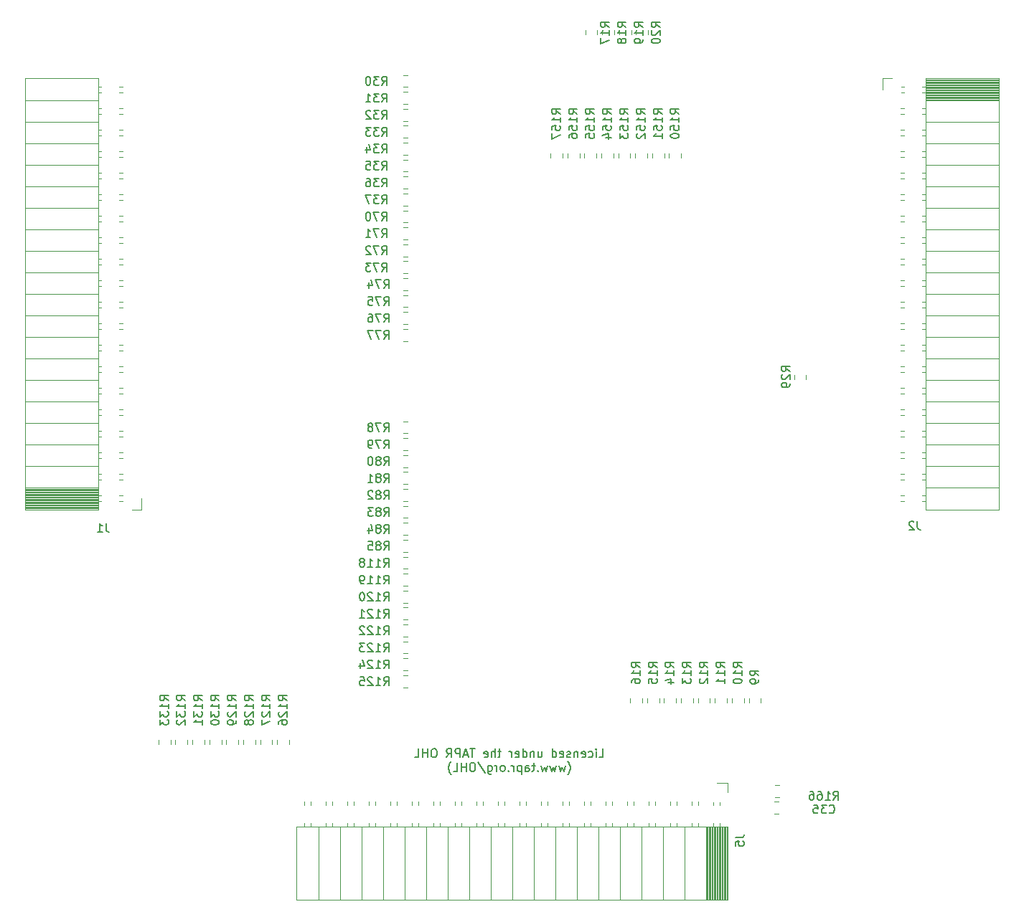
<source format=gbr>
G04 #@! TF.GenerationSoftware,KiCad,Pcbnew,(5.1.6-0-10_14)*
G04 #@! TF.CreationDate,2021-01-22T08:09:55+01:00*
G04 #@! TF.ProjectId,registers,72656769-7374-4657-9273-2e6b69636164,2*
G04 #@! TF.SameCoordinates,Original*
G04 #@! TF.FileFunction,Legend,Bot*
G04 #@! TF.FilePolarity,Positive*
%FSLAX46Y46*%
G04 Gerber Fmt 4.6, Leading zero omitted, Abs format (unit mm)*
G04 Created by KiCad (PCBNEW (5.1.6-0-10_14)) date 2021-01-22 08:09:55*
%MOMM*%
%LPD*%
G01*
G04 APERTURE LIST*
%ADD10C,0.150000*%
%ADD11C,0.120000*%
G04 APERTURE END LIST*
D10*
X160271428Y-140827380D02*
X160747619Y-140827380D01*
X160747619Y-139827380D01*
X159938095Y-140827380D02*
X159938095Y-140160714D01*
X159938095Y-139827380D02*
X159985714Y-139875000D01*
X159938095Y-139922619D01*
X159890476Y-139875000D01*
X159938095Y-139827380D01*
X159938095Y-139922619D01*
X159033333Y-140779761D02*
X159128571Y-140827380D01*
X159319047Y-140827380D01*
X159414285Y-140779761D01*
X159461904Y-140732142D01*
X159509523Y-140636904D01*
X159509523Y-140351190D01*
X159461904Y-140255952D01*
X159414285Y-140208333D01*
X159319047Y-140160714D01*
X159128571Y-140160714D01*
X159033333Y-140208333D01*
X158223809Y-140779761D02*
X158319047Y-140827380D01*
X158509523Y-140827380D01*
X158604761Y-140779761D01*
X158652380Y-140684523D01*
X158652380Y-140303571D01*
X158604761Y-140208333D01*
X158509523Y-140160714D01*
X158319047Y-140160714D01*
X158223809Y-140208333D01*
X158176190Y-140303571D01*
X158176190Y-140398809D01*
X158652380Y-140494047D01*
X157747619Y-140160714D02*
X157747619Y-140827380D01*
X157747619Y-140255952D02*
X157700000Y-140208333D01*
X157604761Y-140160714D01*
X157461904Y-140160714D01*
X157366666Y-140208333D01*
X157319047Y-140303571D01*
X157319047Y-140827380D01*
X156890476Y-140779761D02*
X156795238Y-140827380D01*
X156604761Y-140827380D01*
X156509523Y-140779761D01*
X156461904Y-140684523D01*
X156461904Y-140636904D01*
X156509523Y-140541666D01*
X156604761Y-140494047D01*
X156747619Y-140494047D01*
X156842857Y-140446428D01*
X156890476Y-140351190D01*
X156890476Y-140303571D01*
X156842857Y-140208333D01*
X156747619Y-140160714D01*
X156604761Y-140160714D01*
X156509523Y-140208333D01*
X155652380Y-140779761D02*
X155747619Y-140827380D01*
X155938095Y-140827380D01*
X156033333Y-140779761D01*
X156080952Y-140684523D01*
X156080952Y-140303571D01*
X156033333Y-140208333D01*
X155938095Y-140160714D01*
X155747619Y-140160714D01*
X155652380Y-140208333D01*
X155604761Y-140303571D01*
X155604761Y-140398809D01*
X156080952Y-140494047D01*
X154747619Y-140827380D02*
X154747619Y-139827380D01*
X154747619Y-140779761D02*
X154842857Y-140827380D01*
X155033333Y-140827380D01*
X155128571Y-140779761D01*
X155176190Y-140732142D01*
X155223809Y-140636904D01*
X155223809Y-140351190D01*
X155176190Y-140255952D01*
X155128571Y-140208333D01*
X155033333Y-140160714D01*
X154842857Y-140160714D01*
X154747619Y-140208333D01*
X153080952Y-140160714D02*
X153080952Y-140827380D01*
X153509523Y-140160714D02*
X153509523Y-140684523D01*
X153461904Y-140779761D01*
X153366666Y-140827380D01*
X153223809Y-140827380D01*
X153128571Y-140779761D01*
X153080952Y-140732142D01*
X152604761Y-140160714D02*
X152604761Y-140827380D01*
X152604761Y-140255952D02*
X152557142Y-140208333D01*
X152461904Y-140160714D01*
X152319047Y-140160714D01*
X152223809Y-140208333D01*
X152176190Y-140303571D01*
X152176190Y-140827380D01*
X151271428Y-140827380D02*
X151271428Y-139827380D01*
X151271428Y-140779761D02*
X151366666Y-140827380D01*
X151557142Y-140827380D01*
X151652380Y-140779761D01*
X151700000Y-140732142D01*
X151747619Y-140636904D01*
X151747619Y-140351190D01*
X151700000Y-140255952D01*
X151652380Y-140208333D01*
X151557142Y-140160714D01*
X151366666Y-140160714D01*
X151271428Y-140208333D01*
X150414285Y-140779761D02*
X150509523Y-140827380D01*
X150700000Y-140827380D01*
X150795238Y-140779761D01*
X150842857Y-140684523D01*
X150842857Y-140303571D01*
X150795238Y-140208333D01*
X150700000Y-140160714D01*
X150509523Y-140160714D01*
X150414285Y-140208333D01*
X150366666Y-140303571D01*
X150366666Y-140398809D01*
X150842857Y-140494047D01*
X149938095Y-140827380D02*
X149938095Y-140160714D01*
X149938095Y-140351190D02*
X149890476Y-140255952D01*
X149842857Y-140208333D01*
X149747619Y-140160714D01*
X149652380Y-140160714D01*
X148700000Y-140160714D02*
X148319047Y-140160714D01*
X148557142Y-139827380D02*
X148557142Y-140684523D01*
X148509523Y-140779761D01*
X148414285Y-140827380D01*
X148319047Y-140827380D01*
X147985714Y-140827380D02*
X147985714Y-139827380D01*
X147557142Y-140827380D02*
X147557142Y-140303571D01*
X147604761Y-140208333D01*
X147700000Y-140160714D01*
X147842857Y-140160714D01*
X147938095Y-140208333D01*
X147985714Y-140255952D01*
X146700000Y-140779761D02*
X146795238Y-140827380D01*
X146985714Y-140827380D01*
X147080952Y-140779761D01*
X147128571Y-140684523D01*
X147128571Y-140303571D01*
X147080952Y-140208333D01*
X146985714Y-140160714D01*
X146795238Y-140160714D01*
X146700000Y-140208333D01*
X146652380Y-140303571D01*
X146652380Y-140398809D01*
X147128571Y-140494047D01*
X145604761Y-139827380D02*
X145033333Y-139827380D01*
X145319047Y-140827380D02*
X145319047Y-139827380D01*
X144747619Y-140541666D02*
X144271428Y-140541666D01*
X144842857Y-140827380D02*
X144509523Y-139827380D01*
X144176190Y-140827380D01*
X143842857Y-140827380D02*
X143842857Y-139827380D01*
X143461904Y-139827380D01*
X143366666Y-139875000D01*
X143319047Y-139922619D01*
X143271428Y-140017857D01*
X143271428Y-140160714D01*
X143319047Y-140255952D01*
X143366666Y-140303571D01*
X143461904Y-140351190D01*
X143842857Y-140351190D01*
X142271428Y-140827380D02*
X142604761Y-140351190D01*
X142842857Y-140827380D02*
X142842857Y-139827380D01*
X142461904Y-139827380D01*
X142366666Y-139875000D01*
X142319047Y-139922619D01*
X142271428Y-140017857D01*
X142271428Y-140160714D01*
X142319047Y-140255952D01*
X142366666Y-140303571D01*
X142461904Y-140351190D01*
X142842857Y-140351190D01*
X140890476Y-139827380D02*
X140700000Y-139827380D01*
X140604761Y-139875000D01*
X140509523Y-139970238D01*
X140461904Y-140160714D01*
X140461904Y-140494047D01*
X140509523Y-140684523D01*
X140604761Y-140779761D01*
X140700000Y-140827380D01*
X140890476Y-140827380D01*
X140985714Y-140779761D01*
X141080952Y-140684523D01*
X141128571Y-140494047D01*
X141128571Y-140160714D01*
X141080952Y-139970238D01*
X140985714Y-139875000D01*
X140890476Y-139827380D01*
X140033333Y-140827380D02*
X140033333Y-139827380D01*
X140033333Y-140303571D02*
X139461904Y-140303571D01*
X139461904Y-140827380D02*
X139461904Y-139827380D01*
X138509523Y-140827380D02*
X138985714Y-140827380D01*
X138985714Y-139827380D01*
X156580952Y-142858333D02*
X156628571Y-142810714D01*
X156723809Y-142667857D01*
X156771428Y-142572619D01*
X156819047Y-142429761D01*
X156866666Y-142191666D01*
X156866666Y-142001190D01*
X156819047Y-141763095D01*
X156771428Y-141620238D01*
X156723809Y-141525000D01*
X156628571Y-141382142D01*
X156580952Y-141334523D01*
X156295238Y-141810714D02*
X156104761Y-142477380D01*
X155914285Y-142001190D01*
X155723809Y-142477380D01*
X155533333Y-141810714D01*
X155247619Y-141810714D02*
X155057142Y-142477380D01*
X154866666Y-142001190D01*
X154676190Y-142477380D01*
X154485714Y-141810714D01*
X154200000Y-141810714D02*
X154009523Y-142477380D01*
X153819047Y-142001190D01*
X153628571Y-142477380D01*
X153438095Y-141810714D01*
X153057142Y-142382142D02*
X153009523Y-142429761D01*
X153057142Y-142477380D01*
X153104761Y-142429761D01*
X153057142Y-142382142D01*
X153057142Y-142477380D01*
X152723809Y-141810714D02*
X152342857Y-141810714D01*
X152580952Y-141477380D02*
X152580952Y-142334523D01*
X152533333Y-142429761D01*
X152438095Y-142477380D01*
X152342857Y-142477380D01*
X151580952Y-142477380D02*
X151580952Y-141953571D01*
X151628571Y-141858333D01*
X151723809Y-141810714D01*
X151914285Y-141810714D01*
X152009523Y-141858333D01*
X151580952Y-142429761D02*
X151676190Y-142477380D01*
X151914285Y-142477380D01*
X152009523Y-142429761D01*
X152057142Y-142334523D01*
X152057142Y-142239285D01*
X152009523Y-142144047D01*
X151914285Y-142096428D01*
X151676190Y-142096428D01*
X151580952Y-142048809D01*
X151104761Y-141810714D02*
X151104761Y-142810714D01*
X151104761Y-141858333D02*
X151009523Y-141810714D01*
X150819047Y-141810714D01*
X150723809Y-141858333D01*
X150676190Y-141905952D01*
X150628571Y-142001190D01*
X150628571Y-142286904D01*
X150676190Y-142382142D01*
X150723809Y-142429761D01*
X150819047Y-142477380D01*
X151009523Y-142477380D01*
X151104761Y-142429761D01*
X150200000Y-142477380D02*
X150200000Y-141810714D01*
X150200000Y-142001190D02*
X150152380Y-141905952D01*
X150104761Y-141858333D01*
X150009523Y-141810714D01*
X149914285Y-141810714D01*
X149580952Y-142382142D02*
X149533333Y-142429761D01*
X149580952Y-142477380D01*
X149628571Y-142429761D01*
X149580952Y-142382142D01*
X149580952Y-142477380D01*
X148961904Y-142477380D02*
X149057142Y-142429761D01*
X149104761Y-142382142D01*
X149152380Y-142286904D01*
X149152380Y-142001190D01*
X149104761Y-141905952D01*
X149057142Y-141858333D01*
X148961904Y-141810714D01*
X148819047Y-141810714D01*
X148723809Y-141858333D01*
X148676190Y-141905952D01*
X148628571Y-142001190D01*
X148628571Y-142286904D01*
X148676190Y-142382142D01*
X148723809Y-142429761D01*
X148819047Y-142477380D01*
X148961904Y-142477380D01*
X148200000Y-142477380D02*
X148200000Y-141810714D01*
X148200000Y-142001190D02*
X148152380Y-141905952D01*
X148104761Y-141858333D01*
X148009523Y-141810714D01*
X147914285Y-141810714D01*
X147152380Y-141810714D02*
X147152380Y-142620238D01*
X147200000Y-142715476D01*
X147247619Y-142763095D01*
X147342857Y-142810714D01*
X147485714Y-142810714D01*
X147580952Y-142763095D01*
X147152380Y-142429761D02*
X147247619Y-142477380D01*
X147438095Y-142477380D01*
X147533333Y-142429761D01*
X147580952Y-142382142D01*
X147628571Y-142286904D01*
X147628571Y-142001190D01*
X147580952Y-141905952D01*
X147533333Y-141858333D01*
X147438095Y-141810714D01*
X147247619Y-141810714D01*
X147152380Y-141858333D01*
X145961904Y-141429761D02*
X146819047Y-142715476D01*
X145438095Y-141477380D02*
X145247619Y-141477380D01*
X145152380Y-141525000D01*
X145057142Y-141620238D01*
X145009523Y-141810714D01*
X145009523Y-142144047D01*
X145057142Y-142334523D01*
X145152380Y-142429761D01*
X145247619Y-142477380D01*
X145438095Y-142477380D01*
X145533333Y-142429761D01*
X145628571Y-142334523D01*
X145676190Y-142144047D01*
X145676190Y-141810714D01*
X145628571Y-141620238D01*
X145533333Y-141525000D01*
X145438095Y-141477380D01*
X144580952Y-142477380D02*
X144580952Y-141477380D01*
X144580952Y-141953571D02*
X144009523Y-141953571D01*
X144009523Y-142477380D02*
X144009523Y-141477380D01*
X143057142Y-142477380D02*
X143533333Y-142477380D01*
X143533333Y-141477380D01*
X142819047Y-142858333D02*
X142771428Y-142810714D01*
X142676190Y-142667857D01*
X142628571Y-142572619D01*
X142580952Y-142429761D01*
X142533333Y-142191666D01*
X142533333Y-142001190D01*
X142580952Y-141763095D01*
X142628571Y-141620238D01*
X142676190Y-141525000D01*
X142771428Y-141382142D01*
X142819047Y-141334523D01*
D11*
X207448000Y-60790000D02*
X198818000Y-60790000D01*
X207448000Y-60908095D02*
X198818000Y-60908095D01*
X207448000Y-61026190D02*
X198818000Y-61026190D01*
X207448000Y-61144285D02*
X198818000Y-61144285D01*
X207448000Y-61262380D02*
X198818000Y-61262380D01*
X207448000Y-61380475D02*
X198818000Y-61380475D01*
X207448000Y-61498570D02*
X198818000Y-61498570D01*
X207448000Y-61616665D02*
X198818000Y-61616665D01*
X207448000Y-61734760D02*
X198818000Y-61734760D01*
X207448000Y-61852855D02*
X198818000Y-61852855D01*
X207448000Y-61970950D02*
X198818000Y-61970950D01*
X207448000Y-62089045D02*
X198818000Y-62089045D01*
X207448000Y-62207140D02*
X198818000Y-62207140D01*
X207448000Y-62325235D02*
X198818000Y-62325235D01*
X207448000Y-62443330D02*
X198818000Y-62443330D01*
X207448000Y-62561425D02*
X198818000Y-62561425D01*
X207448000Y-62679520D02*
X198818000Y-62679520D01*
X207448000Y-62797615D02*
X198818000Y-62797615D01*
X207448000Y-62915710D02*
X198818000Y-62915710D01*
X207448000Y-63033805D02*
X198818000Y-63033805D01*
X207448000Y-63151900D02*
X198818000Y-63151900D01*
X198818000Y-61640000D02*
X198408000Y-61640000D01*
X196308000Y-61640000D02*
X195928000Y-61640000D01*
X198818000Y-62360000D02*
X198408000Y-62360000D01*
X196308000Y-62360000D02*
X195928000Y-62360000D01*
X198818000Y-64180000D02*
X198408000Y-64180000D01*
X196308000Y-64180000D02*
X195868000Y-64180000D01*
X198818000Y-64900000D02*
X198408000Y-64900000D01*
X196308000Y-64900000D02*
X195868000Y-64900000D01*
X198818000Y-66720000D02*
X198408000Y-66720000D01*
X196308000Y-66720000D02*
X195868000Y-66720000D01*
X198818000Y-67440000D02*
X198408000Y-67440000D01*
X196308000Y-67440000D02*
X195868000Y-67440000D01*
X198818000Y-69260000D02*
X198408000Y-69260000D01*
X196308000Y-69260000D02*
X195868000Y-69260000D01*
X198818000Y-69980000D02*
X198408000Y-69980000D01*
X196308000Y-69980000D02*
X195868000Y-69980000D01*
X198818000Y-71800000D02*
X198408000Y-71800000D01*
X196308000Y-71800000D02*
X195868000Y-71800000D01*
X198818000Y-72520000D02*
X198408000Y-72520000D01*
X196308000Y-72520000D02*
X195868000Y-72520000D01*
X198818000Y-74340000D02*
X198408000Y-74340000D01*
X196308000Y-74340000D02*
X195868000Y-74340000D01*
X198818000Y-75060000D02*
X198408000Y-75060000D01*
X196308000Y-75060000D02*
X195868000Y-75060000D01*
X198818000Y-76880000D02*
X198408000Y-76880000D01*
X196308000Y-76880000D02*
X195868000Y-76880000D01*
X198818000Y-77600000D02*
X198408000Y-77600000D01*
X196308000Y-77600000D02*
X195868000Y-77600000D01*
X198818000Y-79420000D02*
X198408000Y-79420000D01*
X196308000Y-79420000D02*
X195868000Y-79420000D01*
X198818000Y-80140000D02*
X198408000Y-80140000D01*
X196308000Y-80140000D02*
X195868000Y-80140000D01*
X198818000Y-81960000D02*
X198408000Y-81960000D01*
X196308000Y-81960000D02*
X195868000Y-81960000D01*
X198818000Y-82680000D02*
X198408000Y-82680000D01*
X196308000Y-82680000D02*
X195868000Y-82680000D01*
X198818000Y-84500000D02*
X198408000Y-84500000D01*
X196308000Y-84500000D02*
X195868000Y-84500000D01*
X198818000Y-85220000D02*
X198408000Y-85220000D01*
X196308000Y-85220000D02*
X195868000Y-85220000D01*
X198818000Y-87040000D02*
X198408000Y-87040000D01*
X196308000Y-87040000D02*
X195868000Y-87040000D01*
X198818000Y-87760000D02*
X198408000Y-87760000D01*
X196308000Y-87760000D02*
X195868000Y-87760000D01*
X198818000Y-89580000D02*
X198408000Y-89580000D01*
X196308000Y-89580000D02*
X195868000Y-89580000D01*
X198818000Y-90300000D02*
X198408000Y-90300000D01*
X196308000Y-90300000D02*
X195868000Y-90300000D01*
X198818000Y-92120000D02*
X198408000Y-92120000D01*
X196308000Y-92120000D02*
X195868000Y-92120000D01*
X198818000Y-92840000D02*
X198408000Y-92840000D01*
X196308000Y-92840000D02*
X195868000Y-92840000D01*
X198818000Y-94660000D02*
X198408000Y-94660000D01*
X196308000Y-94660000D02*
X195868000Y-94660000D01*
X198818000Y-95380000D02*
X198408000Y-95380000D01*
X196308000Y-95380000D02*
X195868000Y-95380000D01*
X198818000Y-97200000D02*
X198408000Y-97200000D01*
X196308000Y-97200000D02*
X195868000Y-97200000D01*
X198818000Y-97920000D02*
X198408000Y-97920000D01*
X196308000Y-97920000D02*
X195868000Y-97920000D01*
X198818000Y-99740000D02*
X198408000Y-99740000D01*
X196308000Y-99740000D02*
X195868000Y-99740000D01*
X198818000Y-100460000D02*
X198408000Y-100460000D01*
X196308000Y-100460000D02*
X195868000Y-100460000D01*
X198818000Y-102280000D02*
X198408000Y-102280000D01*
X196308000Y-102280000D02*
X195868000Y-102280000D01*
X198818000Y-103000000D02*
X198408000Y-103000000D01*
X196308000Y-103000000D02*
X195868000Y-103000000D01*
X198818000Y-104820000D02*
X198408000Y-104820000D01*
X196308000Y-104820000D02*
X195868000Y-104820000D01*
X198818000Y-105540000D02*
X198408000Y-105540000D01*
X196308000Y-105540000D02*
X195868000Y-105540000D01*
X198818000Y-107360000D02*
X198408000Y-107360000D01*
X196308000Y-107360000D02*
X195868000Y-107360000D01*
X198818000Y-108080000D02*
X198408000Y-108080000D01*
X196308000Y-108080000D02*
X195868000Y-108080000D01*
X198818000Y-109900000D02*
X198408000Y-109900000D01*
X196308000Y-109900000D02*
X195868000Y-109900000D01*
X198818000Y-110620000D02*
X198408000Y-110620000D01*
X196308000Y-110620000D02*
X195868000Y-110620000D01*
X207448000Y-63270000D02*
X198818000Y-63270000D01*
X207448000Y-65810000D02*
X198818000Y-65810000D01*
X207448000Y-68350000D02*
X198818000Y-68350000D01*
X207448000Y-70890000D02*
X198818000Y-70890000D01*
X207448000Y-73430000D02*
X198818000Y-73430000D01*
X207448000Y-75970000D02*
X198818000Y-75970000D01*
X207448000Y-78510000D02*
X198818000Y-78510000D01*
X207448000Y-81050000D02*
X198818000Y-81050000D01*
X207448000Y-83590000D02*
X198818000Y-83590000D01*
X207448000Y-86130000D02*
X198818000Y-86130000D01*
X207448000Y-88670000D02*
X198818000Y-88670000D01*
X207448000Y-91210000D02*
X198818000Y-91210000D01*
X207448000Y-93750000D02*
X198818000Y-93750000D01*
X207448000Y-96290000D02*
X198818000Y-96290000D01*
X207448000Y-98830000D02*
X198818000Y-98830000D01*
X207448000Y-101370000D02*
X198818000Y-101370000D01*
X207448000Y-103910000D02*
X198818000Y-103910000D01*
X207448000Y-106450000D02*
X198818000Y-106450000D01*
X207448000Y-108990000D02*
X198818000Y-108990000D01*
X207448000Y-60670000D02*
X198818000Y-60670000D01*
X198818000Y-60670000D02*
X198818000Y-111590000D01*
X207448000Y-111590000D02*
X198818000Y-111590000D01*
X207448000Y-60670000D02*
X207448000Y-111590000D01*
X193708000Y-60670000D02*
X193708000Y-62000000D01*
X194818000Y-60670000D02*
X193708000Y-60670000D01*
X180941422Y-147510000D02*
X181458578Y-147510000D01*
X180941422Y-146090000D02*
X181458578Y-146090000D01*
X105156000Y-111590000D02*
X106266000Y-111590000D01*
X106266000Y-111590000D02*
X106266000Y-110260000D01*
X92526000Y-111590000D02*
X92526000Y-60670000D01*
X92526000Y-60670000D02*
X101156000Y-60670000D01*
X101156000Y-111590000D02*
X101156000Y-60670000D01*
X92526000Y-111590000D02*
X101156000Y-111590000D01*
X92526000Y-63270000D02*
X101156000Y-63270000D01*
X92526000Y-65810000D02*
X101156000Y-65810000D01*
X92526000Y-68350000D02*
X101156000Y-68350000D01*
X92526000Y-70890000D02*
X101156000Y-70890000D01*
X92526000Y-73430000D02*
X101156000Y-73430000D01*
X92526000Y-75970000D02*
X101156000Y-75970000D01*
X92526000Y-78510000D02*
X101156000Y-78510000D01*
X92526000Y-81050000D02*
X101156000Y-81050000D01*
X92526000Y-83590000D02*
X101156000Y-83590000D01*
X92526000Y-86130000D02*
X101156000Y-86130000D01*
X92526000Y-88670000D02*
X101156000Y-88670000D01*
X92526000Y-91210000D02*
X101156000Y-91210000D01*
X92526000Y-93750000D02*
X101156000Y-93750000D01*
X92526000Y-96290000D02*
X101156000Y-96290000D01*
X92526000Y-98830000D02*
X101156000Y-98830000D01*
X92526000Y-101370000D02*
X101156000Y-101370000D01*
X92526000Y-103910000D02*
X101156000Y-103910000D01*
X92526000Y-106450000D02*
X101156000Y-106450000D01*
X92526000Y-108990000D02*
X101156000Y-108990000D01*
X103666000Y-61640000D02*
X104106000Y-61640000D01*
X101156000Y-61640000D02*
X101566000Y-61640000D01*
X103666000Y-62360000D02*
X104106000Y-62360000D01*
X101156000Y-62360000D02*
X101566000Y-62360000D01*
X103666000Y-64180000D02*
X104106000Y-64180000D01*
X101156000Y-64180000D02*
X101566000Y-64180000D01*
X103666000Y-64900000D02*
X104106000Y-64900000D01*
X101156000Y-64900000D02*
X101566000Y-64900000D01*
X103666000Y-66720000D02*
X104106000Y-66720000D01*
X101156000Y-66720000D02*
X101566000Y-66720000D01*
X103666000Y-67440000D02*
X104106000Y-67440000D01*
X101156000Y-67440000D02*
X101566000Y-67440000D01*
X103666000Y-69260000D02*
X104106000Y-69260000D01*
X101156000Y-69260000D02*
X101566000Y-69260000D01*
X103666000Y-69980000D02*
X104106000Y-69980000D01*
X101156000Y-69980000D02*
X101566000Y-69980000D01*
X103666000Y-71800000D02*
X104106000Y-71800000D01*
X101156000Y-71800000D02*
X101566000Y-71800000D01*
X103666000Y-72520000D02*
X104106000Y-72520000D01*
X101156000Y-72520000D02*
X101566000Y-72520000D01*
X103666000Y-74340000D02*
X104106000Y-74340000D01*
X101156000Y-74340000D02*
X101566000Y-74340000D01*
X103666000Y-75060000D02*
X104106000Y-75060000D01*
X101156000Y-75060000D02*
X101566000Y-75060000D01*
X103666000Y-76880000D02*
X104106000Y-76880000D01*
X101156000Y-76880000D02*
X101566000Y-76880000D01*
X103666000Y-77600000D02*
X104106000Y-77600000D01*
X101156000Y-77600000D02*
X101566000Y-77600000D01*
X103666000Y-79420000D02*
X104106000Y-79420000D01*
X101156000Y-79420000D02*
X101566000Y-79420000D01*
X103666000Y-80140000D02*
X104106000Y-80140000D01*
X101156000Y-80140000D02*
X101566000Y-80140000D01*
X103666000Y-81960000D02*
X104106000Y-81960000D01*
X101156000Y-81960000D02*
X101566000Y-81960000D01*
X103666000Y-82680000D02*
X104106000Y-82680000D01*
X101156000Y-82680000D02*
X101566000Y-82680000D01*
X103666000Y-84500000D02*
X104106000Y-84500000D01*
X101156000Y-84500000D02*
X101566000Y-84500000D01*
X103666000Y-85220000D02*
X104106000Y-85220000D01*
X101156000Y-85220000D02*
X101566000Y-85220000D01*
X103666000Y-87040000D02*
X104106000Y-87040000D01*
X101156000Y-87040000D02*
X101566000Y-87040000D01*
X103666000Y-87760000D02*
X104106000Y-87760000D01*
X101156000Y-87760000D02*
X101566000Y-87760000D01*
X103666000Y-89580000D02*
X104106000Y-89580000D01*
X101156000Y-89580000D02*
X101566000Y-89580000D01*
X103666000Y-90300000D02*
X104106000Y-90300000D01*
X101156000Y-90300000D02*
X101566000Y-90300000D01*
X103666000Y-92120000D02*
X104106000Y-92120000D01*
X101156000Y-92120000D02*
X101566000Y-92120000D01*
X103666000Y-92840000D02*
X104106000Y-92840000D01*
X101156000Y-92840000D02*
X101566000Y-92840000D01*
X103666000Y-94660000D02*
X104106000Y-94660000D01*
X101156000Y-94660000D02*
X101566000Y-94660000D01*
X103666000Y-95380000D02*
X104106000Y-95380000D01*
X101156000Y-95380000D02*
X101566000Y-95380000D01*
X103666000Y-97200000D02*
X104106000Y-97200000D01*
X101156000Y-97200000D02*
X101566000Y-97200000D01*
X103666000Y-97920000D02*
X104106000Y-97920000D01*
X101156000Y-97920000D02*
X101566000Y-97920000D01*
X103666000Y-99740000D02*
X104106000Y-99740000D01*
X101156000Y-99740000D02*
X101566000Y-99740000D01*
X103666000Y-100460000D02*
X104106000Y-100460000D01*
X101156000Y-100460000D02*
X101566000Y-100460000D01*
X103666000Y-102280000D02*
X104106000Y-102280000D01*
X101156000Y-102280000D02*
X101566000Y-102280000D01*
X103666000Y-103000000D02*
X104106000Y-103000000D01*
X101156000Y-103000000D02*
X101566000Y-103000000D01*
X103666000Y-104820000D02*
X104106000Y-104820000D01*
X101156000Y-104820000D02*
X101566000Y-104820000D01*
X103666000Y-105540000D02*
X104106000Y-105540000D01*
X101156000Y-105540000D02*
X101566000Y-105540000D01*
X103666000Y-107360000D02*
X104106000Y-107360000D01*
X101156000Y-107360000D02*
X101566000Y-107360000D01*
X103666000Y-108080000D02*
X104106000Y-108080000D01*
X101156000Y-108080000D02*
X101566000Y-108080000D01*
X103666000Y-109900000D02*
X104046000Y-109900000D01*
X101156000Y-109900000D02*
X101566000Y-109900000D01*
X103666000Y-110620000D02*
X104046000Y-110620000D01*
X101156000Y-110620000D02*
X101566000Y-110620000D01*
X92526000Y-109108100D02*
X101156000Y-109108100D01*
X92526000Y-109226195D02*
X101156000Y-109226195D01*
X92526000Y-109344290D02*
X101156000Y-109344290D01*
X92526000Y-109462385D02*
X101156000Y-109462385D01*
X92526000Y-109580480D02*
X101156000Y-109580480D01*
X92526000Y-109698575D02*
X101156000Y-109698575D01*
X92526000Y-109816670D02*
X101156000Y-109816670D01*
X92526000Y-109934765D02*
X101156000Y-109934765D01*
X92526000Y-110052860D02*
X101156000Y-110052860D01*
X92526000Y-110170955D02*
X101156000Y-110170955D01*
X92526000Y-110289050D02*
X101156000Y-110289050D01*
X92526000Y-110407145D02*
X101156000Y-110407145D01*
X92526000Y-110525240D02*
X101156000Y-110525240D01*
X92526000Y-110643335D02*
X101156000Y-110643335D01*
X92526000Y-110761430D02*
X101156000Y-110761430D01*
X92526000Y-110879525D02*
X101156000Y-110879525D01*
X92526000Y-110997620D02*
X101156000Y-110997620D01*
X92526000Y-111115715D02*
X101156000Y-111115715D01*
X92526000Y-111233810D02*
X101156000Y-111233810D01*
X92526000Y-111351905D02*
X101156000Y-111351905D01*
X92526000Y-111470000D02*
X101156000Y-111470000D01*
X177940000Y-134358578D02*
X177940000Y-133841422D01*
X179360000Y-134358578D02*
X179360000Y-133841422D01*
X175940000Y-134358578D02*
X175940000Y-133841422D01*
X177360000Y-134358578D02*
X177360000Y-133841422D01*
X173940000Y-134358578D02*
X173940000Y-133841422D01*
X175360000Y-134358578D02*
X175360000Y-133841422D01*
X171940000Y-134358578D02*
X171940000Y-133841422D01*
X173360000Y-134358578D02*
X173360000Y-133841422D01*
X169940000Y-134358578D02*
X169940000Y-133841422D01*
X171360000Y-134358578D02*
X171360000Y-133841422D01*
X167940000Y-134358578D02*
X167940000Y-133841422D01*
X169360000Y-134358578D02*
X169360000Y-133841422D01*
X165940000Y-134358578D02*
X165940000Y-133841422D01*
X167360000Y-134358578D02*
X167360000Y-133841422D01*
X163940000Y-134358578D02*
X163940000Y-133841422D01*
X165360000Y-134358578D02*
X165360000Y-133841422D01*
X158640000Y-55508578D02*
X158640000Y-54991422D01*
X160060000Y-55508578D02*
X160060000Y-54991422D01*
X160640000Y-55508578D02*
X160640000Y-54991422D01*
X162060000Y-55508578D02*
X162060000Y-54991422D01*
X162640000Y-55508578D02*
X162640000Y-54991422D01*
X164060000Y-55508578D02*
X164060000Y-54991422D01*
X164640000Y-55508578D02*
X164640000Y-54991422D01*
X166060000Y-55508578D02*
X166060000Y-54991422D01*
X184710000Y-95641422D02*
X184710000Y-96158578D01*
X183290000Y-95641422D02*
X183290000Y-96158578D01*
X137676578Y-61673000D02*
X137159422Y-61673000D01*
X137676578Y-60253000D02*
X137159422Y-60253000D01*
X137676578Y-63673000D02*
X137159422Y-63673000D01*
X137676578Y-62253000D02*
X137159422Y-62253000D01*
X137676578Y-65673000D02*
X137159422Y-65673000D01*
X137676578Y-64253000D02*
X137159422Y-64253000D01*
X137676578Y-67673000D02*
X137159422Y-67673000D01*
X137676578Y-66253000D02*
X137159422Y-66253000D01*
X137676578Y-69673000D02*
X137159422Y-69673000D01*
X137676578Y-68253000D02*
X137159422Y-68253000D01*
X137676578Y-71673000D02*
X137159422Y-71673000D01*
X137676578Y-70253000D02*
X137159422Y-70253000D01*
X137676578Y-73673000D02*
X137159422Y-73673000D01*
X137676578Y-72253000D02*
X137159422Y-72253000D01*
X137676578Y-75673000D02*
X137159422Y-75673000D01*
X137676578Y-74253000D02*
X137159422Y-74253000D01*
X137676578Y-77673000D02*
X137159422Y-77673000D01*
X137676578Y-76253000D02*
X137159422Y-76253000D01*
X137676578Y-79673000D02*
X137159422Y-79673000D01*
X137676578Y-78253000D02*
X137159422Y-78253000D01*
X137676578Y-81673000D02*
X137159422Y-81673000D01*
X137676578Y-80253000D02*
X137159422Y-80253000D01*
X137676578Y-83673000D02*
X137159422Y-83673000D01*
X137676578Y-82253000D02*
X137159422Y-82253000D01*
X137676578Y-85673000D02*
X137159422Y-85673000D01*
X137676578Y-84253000D02*
X137159422Y-84253000D01*
X137676578Y-87673000D02*
X137159422Y-87673000D01*
X137676578Y-86253000D02*
X137159422Y-86253000D01*
X137676578Y-89673000D02*
X137159422Y-89673000D01*
X137676578Y-88253000D02*
X137159422Y-88253000D01*
X137676578Y-91673000D02*
X137159422Y-91673000D01*
X137676578Y-90253000D02*
X137159422Y-90253000D01*
X137676578Y-101153000D02*
X137159422Y-101153000D01*
X137676578Y-102573000D02*
X137159422Y-102573000D01*
X137676578Y-103153000D02*
X137159422Y-103153000D01*
X137676578Y-104573000D02*
X137159422Y-104573000D01*
X137676578Y-105153000D02*
X137159422Y-105153000D01*
X137676578Y-106573000D02*
X137159422Y-106573000D01*
X137676578Y-107153000D02*
X137159422Y-107153000D01*
X137676578Y-108573000D02*
X137159422Y-108573000D01*
X137676578Y-109153000D02*
X137159422Y-109153000D01*
X137676578Y-110573000D02*
X137159422Y-110573000D01*
X137676578Y-111153000D02*
X137159422Y-111153000D01*
X137676578Y-112573000D02*
X137159422Y-112573000D01*
X137676578Y-114573000D02*
X137159422Y-114573000D01*
X137676578Y-113153000D02*
X137159422Y-113153000D01*
X137676578Y-115153000D02*
X137159422Y-115153000D01*
X137676578Y-116573000D02*
X137159422Y-116573000D01*
X137676578Y-117153000D02*
X137159422Y-117153000D01*
X137676578Y-118573000D02*
X137159422Y-118573000D01*
X137676578Y-119153000D02*
X137159422Y-119153000D01*
X137676578Y-120573000D02*
X137159422Y-120573000D01*
X137676578Y-122573000D02*
X137159422Y-122573000D01*
X137676578Y-121153000D02*
X137159422Y-121153000D01*
X137676578Y-123153000D02*
X137159422Y-123153000D01*
X137676578Y-124573000D02*
X137159422Y-124573000D01*
X137676578Y-126573000D02*
X137159422Y-126573000D01*
X137676578Y-125153000D02*
X137159422Y-125153000D01*
X137676578Y-127153000D02*
X137159422Y-127153000D01*
X137676578Y-128573000D02*
X137159422Y-128573000D01*
X137676578Y-129153000D02*
X137159422Y-129153000D01*
X137676578Y-130573000D02*
X137159422Y-130573000D01*
X137676578Y-131153000D02*
X137159422Y-131153000D01*
X137676578Y-132573000D02*
X137159422Y-132573000D01*
X122290000Y-138741422D02*
X122290000Y-139258578D01*
X123710000Y-138741422D02*
X123710000Y-139258578D01*
X120290000Y-138741422D02*
X120290000Y-139258578D01*
X121710000Y-138741422D02*
X121710000Y-139258578D01*
X118290000Y-138741422D02*
X118290000Y-139258578D01*
X119710000Y-138741422D02*
X119710000Y-139258578D01*
X116290000Y-138741422D02*
X116290000Y-139258578D01*
X117710000Y-138741422D02*
X117710000Y-139258578D01*
X114290000Y-138741422D02*
X114290000Y-139258578D01*
X115710000Y-138741422D02*
X115710000Y-139258578D01*
X112290000Y-138741422D02*
X112290000Y-139258578D01*
X113710000Y-138741422D02*
X113710000Y-139258578D01*
X110290000Y-138741422D02*
X110290000Y-139258578D01*
X111710000Y-138741422D02*
X111710000Y-139258578D01*
X108290000Y-138741422D02*
X108290000Y-139258578D01*
X109710000Y-138741422D02*
X109710000Y-139258578D01*
X168540000Y-69491422D02*
X168540000Y-70008578D01*
X169960000Y-69491422D02*
X169960000Y-70008578D01*
X166540000Y-69491422D02*
X166540000Y-70008578D01*
X167960000Y-69491422D02*
X167960000Y-70008578D01*
X165960000Y-69491422D02*
X165960000Y-70008578D01*
X164540000Y-69491422D02*
X164540000Y-70008578D01*
X162540000Y-69491422D02*
X162540000Y-70008578D01*
X163960000Y-69491422D02*
X163960000Y-70008578D01*
X161960000Y-69491422D02*
X161960000Y-70008578D01*
X160540000Y-69491422D02*
X160540000Y-70008578D01*
X159960000Y-69491422D02*
X159960000Y-70008578D01*
X158540000Y-69491422D02*
X158540000Y-70008578D01*
X156540000Y-69491422D02*
X156540000Y-70008578D01*
X157960000Y-69491422D02*
X157960000Y-70008578D01*
X155960000Y-69491422D02*
X155960000Y-70008578D01*
X154540000Y-69491422D02*
X154540000Y-70008578D01*
X181521078Y-144090000D02*
X181003922Y-144090000D01*
X181521078Y-145510000D02*
X181003922Y-145510000D01*
X175340000Y-157630000D02*
X175340000Y-149000000D01*
X175221905Y-157630000D02*
X175221905Y-149000000D01*
X175103810Y-157630000D02*
X175103810Y-149000000D01*
X174985715Y-157630000D02*
X174985715Y-149000000D01*
X174867620Y-157630000D02*
X174867620Y-149000000D01*
X174749525Y-157630000D02*
X174749525Y-149000000D01*
X174631430Y-157630000D02*
X174631430Y-149000000D01*
X174513335Y-157630000D02*
X174513335Y-149000000D01*
X174395240Y-157630000D02*
X174395240Y-149000000D01*
X174277145Y-157630000D02*
X174277145Y-149000000D01*
X174159050Y-157630000D02*
X174159050Y-149000000D01*
X174040955Y-157630000D02*
X174040955Y-149000000D01*
X173922860Y-157630000D02*
X173922860Y-149000000D01*
X173804765Y-157630000D02*
X173804765Y-149000000D01*
X173686670Y-157630000D02*
X173686670Y-149000000D01*
X173568575Y-157630000D02*
X173568575Y-149000000D01*
X173450480Y-157630000D02*
X173450480Y-149000000D01*
X173332385Y-157630000D02*
X173332385Y-149000000D01*
X173214290Y-157630000D02*
X173214290Y-149000000D01*
X173096195Y-157630000D02*
X173096195Y-149000000D01*
X172978100Y-157630000D02*
X172978100Y-149000000D01*
X174490000Y-149000000D02*
X174490000Y-148590000D01*
X174490000Y-146490000D02*
X174490000Y-146110000D01*
X173770000Y-149000000D02*
X173770000Y-148590000D01*
X173770000Y-146490000D02*
X173770000Y-146110000D01*
X171950000Y-149000000D02*
X171950000Y-148590000D01*
X171950000Y-146490000D02*
X171950000Y-146050000D01*
X171230000Y-149000000D02*
X171230000Y-148590000D01*
X171230000Y-146490000D02*
X171230000Y-146050000D01*
X169410000Y-149000000D02*
X169410000Y-148590000D01*
X169410000Y-146490000D02*
X169410000Y-146050000D01*
X168690000Y-149000000D02*
X168690000Y-148590000D01*
X168690000Y-146490000D02*
X168690000Y-146050000D01*
X166870000Y-149000000D02*
X166870000Y-148590000D01*
X166870000Y-146490000D02*
X166870000Y-146050000D01*
X166150000Y-149000000D02*
X166150000Y-148590000D01*
X166150000Y-146490000D02*
X166150000Y-146050000D01*
X164330000Y-149000000D02*
X164330000Y-148590000D01*
X164330000Y-146490000D02*
X164330000Y-146050000D01*
X163610000Y-149000000D02*
X163610000Y-148590000D01*
X163610000Y-146490000D02*
X163610000Y-146050000D01*
X161790000Y-149000000D02*
X161790000Y-148590000D01*
X161790000Y-146490000D02*
X161790000Y-146050000D01*
X161070000Y-149000000D02*
X161070000Y-148590000D01*
X161070000Y-146490000D02*
X161070000Y-146050000D01*
X159250000Y-149000000D02*
X159250000Y-148590000D01*
X159250000Y-146490000D02*
X159250000Y-146050000D01*
X158530000Y-149000000D02*
X158530000Y-148590000D01*
X158530000Y-146490000D02*
X158530000Y-146050000D01*
X156710000Y-149000000D02*
X156710000Y-148590000D01*
X156710000Y-146490000D02*
X156710000Y-146050000D01*
X155990000Y-149000000D02*
X155990000Y-148590000D01*
X155990000Y-146490000D02*
X155990000Y-146050000D01*
X154170000Y-149000000D02*
X154170000Y-148590000D01*
X154170000Y-146490000D02*
X154170000Y-146050000D01*
X153450000Y-149000000D02*
X153450000Y-148590000D01*
X153450000Y-146490000D02*
X153450000Y-146050000D01*
X151630000Y-149000000D02*
X151630000Y-148590000D01*
X151630000Y-146490000D02*
X151630000Y-146050000D01*
X150910000Y-149000000D02*
X150910000Y-148590000D01*
X150910000Y-146490000D02*
X150910000Y-146050000D01*
X149090000Y-149000000D02*
X149090000Y-148590000D01*
X149090000Y-146490000D02*
X149090000Y-146050000D01*
X148370000Y-149000000D02*
X148370000Y-148590000D01*
X148370000Y-146490000D02*
X148370000Y-146050000D01*
X146550000Y-149000000D02*
X146550000Y-148590000D01*
X146550000Y-146490000D02*
X146550000Y-146050000D01*
X145830000Y-149000000D02*
X145830000Y-148590000D01*
X145830000Y-146490000D02*
X145830000Y-146050000D01*
X144010000Y-149000000D02*
X144010000Y-148590000D01*
X144010000Y-146490000D02*
X144010000Y-146050000D01*
X143290000Y-149000000D02*
X143290000Y-148590000D01*
X143290000Y-146490000D02*
X143290000Y-146050000D01*
X141470000Y-149000000D02*
X141470000Y-148590000D01*
X141470000Y-146490000D02*
X141470000Y-146050000D01*
X140750000Y-149000000D02*
X140750000Y-148590000D01*
X140750000Y-146490000D02*
X140750000Y-146050000D01*
X138930000Y-149000000D02*
X138930000Y-148590000D01*
X138930000Y-146490000D02*
X138930000Y-146050000D01*
X138210000Y-149000000D02*
X138210000Y-148590000D01*
X138210000Y-146490000D02*
X138210000Y-146050000D01*
X136390000Y-149000000D02*
X136390000Y-148590000D01*
X136390000Y-146490000D02*
X136390000Y-146050000D01*
X135670000Y-149000000D02*
X135670000Y-148590000D01*
X135670000Y-146490000D02*
X135670000Y-146050000D01*
X133850000Y-149000000D02*
X133850000Y-148590000D01*
X133850000Y-146490000D02*
X133850000Y-146050000D01*
X133130000Y-149000000D02*
X133130000Y-148590000D01*
X133130000Y-146490000D02*
X133130000Y-146050000D01*
X131310000Y-149000000D02*
X131310000Y-148590000D01*
X131310000Y-146490000D02*
X131310000Y-146050000D01*
X130590000Y-149000000D02*
X130590000Y-148590000D01*
X130590000Y-146490000D02*
X130590000Y-146050000D01*
X128770000Y-149000000D02*
X128770000Y-148590000D01*
X128770000Y-146490000D02*
X128770000Y-146050000D01*
X128050000Y-149000000D02*
X128050000Y-148590000D01*
X128050000Y-146490000D02*
X128050000Y-146050000D01*
X126230000Y-149000000D02*
X126230000Y-148590000D01*
X126230000Y-146490000D02*
X126230000Y-146050000D01*
X125510000Y-149000000D02*
X125510000Y-148590000D01*
X125510000Y-146490000D02*
X125510000Y-146050000D01*
X172860000Y-157630000D02*
X172860000Y-149000000D01*
X170320000Y-157630000D02*
X170320000Y-149000000D01*
X167780000Y-157630000D02*
X167780000Y-149000000D01*
X165240000Y-157630000D02*
X165240000Y-149000000D01*
X162700000Y-157630000D02*
X162700000Y-149000000D01*
X160160000Y-157630000D02*
X160160000Y-149000000D01*
X157620000Y-157630000D02*
X157620000Y-149000000D01*
X155080000Y-157630000D02*
X155080000Y-149000000D01*
X152540000Y-157630000D02*
X152540000Y-149000000D01*
X150000000Y-157630000D02*
X150000000Y-149000000D01*
X147460000Y-157630000D02*
X147460000Y-149000000D01*
X144920000Y-157630000D02*
X144920000Y-149000000D01*
X142380000Y-157630000D02*
X142380000Y-149000000D01*
X139840000Y-157630000D02*
X139840000Y-149000000D01*
X137300000Y-157630000D02*
X137300000Y-149000000D01*
X134760000Y-157630000D02*
X134760000Y-149000000D01*
X132220000Y-157630000D02*
X132220000Y-149000000D01*
X129680000Y-157630000D02*
X129680000Y-149000000D01*
X127140000Y-157630000D02*
X127140000Y-149000000D01*
X175460000Y-157630000D02*
X175460000Y-149000000D01*
X175460000Y-149000000D02*
X124540000Y-149000000D01*
X124540000Y-157630000D02*
X124540000Y-149000000D01*
X175460000Y-157630000D02*
X124540000Y-157630000D01*
X175460000Y-143890000D02*
X174130000Y-143890000D01*
X175460000Y-145000000D02*
X175460000Y-143890000D01*
D10*
X197833333Y-112952380D02*
X197833333Y-113666666D01*
X197880952Y-113809523D01*
X197976190Y-113904761D01*
X198119047Y-113952380D01*
X198214285Y-113952380D01*
X197404761Y-113047619D02*
X197357142Y-113000000D01*
X197261904Y-112952380D01*
X197023809Y-112952380D01*
X196928571Y-113000000D01*
X196880952Y-113047619D01*
X196833333Y-113142857D01*
X196833333Y-113238095D01*
X196880952Y-113380952D01*
X197452380Y-113952380D01*
X196833333Y-113952380D01*
X187442857Y-147357142D02*
X187490476Y-147404761D01*
X187633333Y-147452380D01*
X187728571Y-147452380D01*
X187871428Y-147404761D01*
X187966666Y-147309523D01*
X188014285Y-147214285D01*
X188061904Y-147023809D01*
X188061904Y-146880952D01*
X188014285Y-146690476D01*
X187966666Y-146595238D01*
X187871428Y-146500000D01*
X187728571Y-146452380D01*
X187633333Y-146452380D01*
X187490476Y-146500000D01*
X187442857Y-146547619D01*
X187109523Y-146452380D02*
X186490476Y-146452380D01*
X186823809Y-146833333D01*
X186680952Y-146833333D01*
X186585714Y-146880952D01*
X186538095Y-146928571D01*
X186490476Y-147023809D01*
X186490476Y-147261904D01*
X186538095Y-147357142D01*
X186585714Y-147404761D01*
X186680952Y-147452380D01*
X186966666Y-147452380D01*
X187061904Y-147404761D01*
X187109523Y-147357142D01*
X185585714Y-146452380D02*
X186061904Y-146452380D01*
X186109523Y-146928571D01*
X186061904Y-146880952D01*
X185966666Y-146833333D01*
X185728571Y-146833333D01*
X185633333Y-146880952D01*
X185585714Y-146928571D01*
X185538095Y-147023809D01*
X185538095Y-147261904D01*
X185585714Y-147357142D01*
X185633333Y-147404761D01*
X185728571Y-147452380D01*
X185966666Y-147452380D01*
X186061904Y-147404761D01*
X186109523Y-147357142D01*
X102083333Y-113202380D02*
X102083333Y-113916666D01*
X102130952Y-114059523D01*
X102226190Y-114154761D01*
X102369047Y-114202380D01*
X102464285Y-114202380D01*
X101083333Y-114202380D02*
X101654761Y-114202380D01*
X101369047Y-114202380D02*
X101369047Y-113202380D01*
X101464285Y-113345238D01*
X101559523Y-113440476D01*
X101654761Y-113488095D01*
X179102380Y-131183333D02*
X178626190Y-130850000D01*
X179102380Y-130611904D02*
X178102380Y-130611904D01*
X178102380Y-130992857D01*
X178150000Y-131088095D01*
X178197619Y-131135714D01*
X178292857Y-131183333D01*
X178435714Y-131183333D01*
X178530952Y-131135714D01*
X178578571Y-131088095D01*
X178626190Y-130992857D01*
X178626190Y-130611904D01*
X179102380Y-131659523D02*
X179102380Y-131850000D01*
X179054761Y-131945238D01*
X179007142Y-131992857D01*
X178864285Y-132088095D01*
X178673809Y-132135714D01*
X178292857Y-132135714D01*
X178197619Y-132088095D01*
X178150000Y-132040476D01*
X178102380Y-131945238D01*
X178102380Y-131754761D01*
X178150000Y-131659523D01*
X178197619Y-131611904D01*
X178292857Y-131564285D01*
X178530952Y-131564285D01*
X178626190Y-131611904D01*
X178673809Y-131659523D01*
X178721428Y-131754761D01*
X178721428Y-131945238D01*
X178673809Y-132040476D01*
X178626190Y-132088095D01*
X178530952Y-132135714D01*
X177102380Y-130207142D02*
X176626190Y-129873809D01*
X177102380Y-129635714D02*
X176102380Y-129635714D01*
X176102380Y-130016666D01*
X176150000Y-130111904D01*
X176197619Y-130159523D01*
X176292857Y-130207142D01*
X176435714Y-130207142D01*
X176530952Y-130159523D01*
X176578571Y-130111904D01*
X176626190Y-130016666D01*
X176626190Y-129635714D01*
X177102380Y-131159523D02*
X177102380Y-130588095D01*
X177102380Y-130873809D02*
X176102380Y-130873809D01*
X176245238Y-130778571D01*
X176340476Y-130683333D01*
X176388095Y-130588095D01*
X176102380Y-131778571D02*
X176102380Y-131873809D01*
X176150000Y-131969047D01*
X176197619Y-132016666D01*
X176292857Y-132064285D01*
X176483333Y-132111904D01*
X176721428Y-132111904D01*
X176911904Y-132064285D01*
X177007142Y-132016666D01*
X177054761Y-131969047D01*
X177102380Y-131873809D01*
X177102380Y-131778571D01*
X177054761Y-131683333D01*
X177007142Y-131635714D01*
X176911904Y-131588095D01*
X176721428Y-131540476D01*
X176483333Y-131540476D01*
X176292857Y-131588095D01*
X176197619Y-131635714D01*
X176150000Y-131683333D01*
X176102380Y-131778571D01*
X175102380Y-130207142D02*
X174626190Y-129873809D01*
X175102380Y-129635714D02*
X174102380Y-129635714D01*
X174102380Y-130016666D01*
X174150000Y-130111904D01*
X174197619Y-130159523D01*
X174292857Y-130207142D01*
X174435714Y-130207142D01*
X174530952Y-130159523D01*
X174578571Y-130111904D01*
X174626190Y-130016666D01*
X174626190Y-129635714D01*
X175102380Y-131159523D02*
X175102380Y-130588095D01*
X175102380Y-130873809D02*
X174102380Y-130873809D01*
X174245238Y-130778571D01*
X174340476Y-130683333D01*
X174388095Y-130588095D01*
X175102380Y-132111904D02*
X175102380Y-131540476D01*
X175102380Y-131826190D02*
X174102380Y-131826190D01*
X174245238Y-131730952D01*
X174340476Y-131635714D01*
X174388095Y-131540476D01*
X173102380Y-130207142D02*
X172626190Y-129873809D01*
X173102380Y-129635714D02*
X172102380Y-129635714D01*
X172102380Y-130016666D01*
X172150000Y-130111904D01*
X172197619Y-130159523D01*
X172292857Y-130207142D01*
X172435714Y-130207142D01*
X172530952Y-130159523D01*
X172578571Y-130111904D01*
X172626190Y-130016666D01*
X172626190Y-129635714D01*
X173102380Y-131159523D02*
X173102380Y-130588095D01*
X173102380Y-130873809D02*
X172102380Y-130873809D01*
X172245238Y-130778571D01*
X172340476Y-130683333D01*
X172388095Y-130588095D01*
X172197619Y-131540476D02*
X172150000Y-131588095D01*
X172102380Y-131683333D01*
X172102380Y-131921428D01*
X172150000Y-132016666D01*
X172197619Y-132064285D01*
X172292857Y-132111904D01*
X172388095Y-132111904D01*
X172530952Y-132064285D01*
X173102380Y-131492857D01*
X173102380Y-132111904D01*
X171102380Y-130207142D02*
X170626190Y-129873809D01*
X171102380Y-129635714D02*
X170102380Y-129635714D01*
X170102380Y-130016666D01*
X170150000Y-130111904D01*
X170197619Y-130159523D01*
X170292857Y-130207142D01*
X170435714Y-130207142D01*
X170530952Y-130159523D01*
X170578571Y-130111904D01*
X170626190Y-130016666D01*
X170626190Y-129635714D01*
X171102380Y-131159523D02*
X171102380Y-130588095D01*
X171102380Y-130873809D02*
X170102380Y-130873809D01*
X170245238Y-130778571D01*
X170340476Y-130683333D01*
X170388095Y-130588095D01*
X170102380Y-131492857D02*
X170102380Y-132111904D01*
X170483333Y-131778571D01*
X170483333Y-131921428D01*
X170530952Y-132016666D01*
X170578571Y-132064285D01*
X170673809Y-132111904D01*
X170911904Y-132111904D01*
X171007142Y-132064285D01*
X171054761Y-132016666D01*
X171102380Y-131921428D01*
X171102380Y-131635714D01*
X171054761Y-131540476D01*
X171007142Y-131492857D01*
X169102380Y-130207142D02*
X168626190Y-129873809D01*
X169102380Y-129635714D02*
X168102380Y-129635714D01*
X168102380Y-130016666D01*
X168150000Y-130111904D01*
X168197619Y-130159523D01*
X168292857Y-130207142D01*
X168435714Y-130207142D01*
X168530952Y-130159523D01*
X168578571Y-130111904D01*
X168626190Y-130016666D01*
X168626190Y-129635714D01*
X169102380Y-131159523D02*
X169102380Y-130588095D01*
X169102380Y-130873809D02*
X168102380Y-130873809D01*
X168245238Y-130778571D01*
X168340476Y-130683333D01*
X168388095Y-130588095D01*
X168435714Y-132016666D02*
X169102380Y-132016666D01*
X168054761Y-131778571D02*
X168769047Y-131540476D01*
X168769047Y-132159523D01*
X167102380Y-130207142D02*
X166626190Y-129873809D01*
X167102380Y-129635714D02*
X166102380Y-129635714D01*
X166102380Y-130016666D01*
X166150000Y-130111904D01*
X166197619Y-130159523D01*
X166292857Y-130207142D01*
X166435714Y-130207142D01*
X166530952Y-130159523D01*
X166578571Y-130111904D01*
X166626190Y-130016666D01*
X166626190Y-129635714D01*
X167102380Y-131159523D02*
X167102380Y-130588095D01*
X167102380Y-130873809D02*
X166102380Y-130873809D01*
X166245238Y-130778571D01*
X166340476Y-130683333D01*
X166388095Y-130588095D01*
X166102380Y-132064285D02*
X166102380Y-131588095D01*
X166578571Y-131540476D01*
X166530952Y-131588095D01*
X166483333Y-131683333D01*
X166483333Y-131921428D01*
X166530952Y-132016666D01*
X166578571Y-132064285D01*
X166673809Y-132111904D01*
X166911904Y-132111904D01*
X167007142Y-132064285D01*
X167054761Y-132016666D01*
X167102380Y-131921428D01*
X167102380Y-131683333D01*
X167054761Y-131588095D01*
X167007142Y-131540476D01*
X165102380Y-130207142D02*
X164626190Y-129873809D01*
X165102380Y-129635714D02*
X164102380Y-129635714D01*
X164102380Y-130016666D01*
X164150000Y-130111904D01*
X164197619Y-130159523D01*
X164292857Y-130207142D01*
X164435714Y-130207142D01*
X164530952Y-130159523D01*
X164578571Y-130111904D01*
X164626190Y-130016666D01*
X164626190Y-129635714D01*
X165102380Y-131159523D02*
X165102380Y-130588095D01*
X165102380Y-130873809D02*
X164102380Y-130873809D01*
X164245238Y-130778571D01*
X164340476Y-130683333D01*
X164388095Y-130588095D01*
X164102380Y-132016666D02*
X164102380Y-131826190D01*
X164150000Y-131730952D01*
X164197619Y-131683333D01*
X164340476Y-131588095D01*
X164530952Y-131540476D01*
X164911904Y-131540476D01*
X165007142Y-131588095D01*
X165054761Y-131635714D01*
X165102380Y-131730952D01*
X165102380Y-131921428D01*
X165054761Y-132016666D01*
X165007142Y-132064285D01*
X164911904Y-132111904D01*
X164673809Y-132111904D01*
X164578571Y-132064285D01*
X164530952Y-132016666D01*
X164483333Y-131921428D01*
X164483333Y-131730952D01*
X164530952Y-131635714D01*
X164578571Y-131588095D01*
X164673809Y-131540476D01*
X161452380Y-54607142D02*
X160976190Y-54273809D01*
X161452380Y-54035714D02*
X160452380Y-54035714D01*
X160452380Y-54416666D01*
X160500000Y-54511904D01*
X160547619Y-54559523D01*
X160642857Y-54607142D01*
X160785714Y-54607142D01*
X160880952Y-54559523D01*
X160928571Y-54511904D01*
X160976190Y-54416666D01*
X160976190Y-54035714D01*
X161452380Y-55559523D02*
X161452380Y-54988095D01*
X161452380Y-55273809D02*
X160452380Y-55273809D01*
X160595238Y-55178571D01*
X160690476Y-55083333D01*
X160738095Y-54988095D01*
X160452380Y-55892857D02*
X160452380Y-56559523D01*
X161452380Y-56130952D01*
X163452380Y-54607142D02*
X162976190Y-54273809D01*
X163452380Y-54035714D02*
X162452380Y-54035714D01*
X162452380Y-54416666D01*
X162500000Y-54511904D01*
X162547619Y-54559523D01*
X162642857Y-54607142D01*
X162785714Y-54607142D01*
X162880952Y-54559523D01*
X162928571Y-54511904D01*
X162976190Y-54416666D01*
X162976190Y-54035714D01*
X163452380Y-55559523D02*
X163452380Y-54988095D01*
X163452380Y-55273809D02*
X162452380Y-55273809D01*
X162595238Y-55178571D01*
X162690476Y-55083333D01*
X162738095Y-54988095D01*
X162880952Y-56130952D02*
X162833333Y-56035714D01*
X162785714Y-55988095D01*
X162690476Y-55940476D01*
X162642857Y-55940476D01*
X162547619Y-55988095D01*
X162500000Y-56035714D01*
X162452380Y-56130952D01*
X162452380Y-56321428D01*
X162500000Y-56416666D01*
X162547619Y-56464285D01*
X162642857Y-56511904D01*
X162690476Y-56511904D01*
X162785714Y-56464285D01*
X162833333Y-56416666D01*
X162880952Y-56321428D01*
X162880952Y-56130952D01*
X162928571Y-56035714D01*
X162976190Y-55988095D01*
X163071428Y-55940476D01*
X163261904Y-55940476D01*
X163357142Y-55988095D01*
X163404761Y-56035714D01*
X163452380Y-56130952D01*
X163452380Y-56321428D01*
X163404761Y-56416666D01*
X163357142Y-56464285D01*
X163261904Y-56511904D01*
X163071428Y-56511904D01*
X162976190Y-56464285D01*
X162928571Y-56416666D01*
X162880952Y-56321428D01*
X165452380Y-54607142D02*
X164976190Y-54273809D01*
X165452380Y-54035714D02*
X164452380Y-54035714D01*
X164452380Y-54416666D01*
X164500000Y-54511904D01*
X164547619Y-54559523D01*
X164642857Y-54607142D01*
X164785714Y-54607142D01*
X164880952Y-54559523D01*
X164928571Y-54511904D01*
X164976190Y-54416666D01*
X164976190Y-54035714D01*
X165452380Y-55559523D02*
X165452380Y-54988095D01*
X165452380Y-55273809D02*
X164452380Y-55273809D01*
X164595238Y-55178571D01*
X164690476Y-55083333D01*
X164738095Y-54988095D01*
X165452380Y-56035714D02*
X165452380Y-56226190D01*
X165404761Y-56321428D01*
X165357142Y-56369047D01*
X165214285Y-56464285D01*
X165023809Y-56511904D01*
X164642857Y-56511904D01*
X164547619Y-56464285D01*
X164500000Y-56416666D01*
X164452380Y-56321428D01*
X164452380Y-56130952D01*
X164500000Y-56035714D01*
X164547619Y-55988095D01*
X164642857Y-55940476D01*
X164880952Y-55940476D01*
X164976190Y-55988095D01*
X165023809Y-56035714D01*
X165071428Y-56130952D01*
X165071428Y-56321428D01*
X165023809Y-56416666D01*
X164976190Y-56464285D01*
X164880952Y-56511904D01*
X167452380Y-54607142D02*
X166976190Y-54273809D01*
X167452380Y-54035714D02*
X166452380Y-54035714D01*
X166452380Y-54416666D01*
X166500000Y-54511904D01*
X166547619Y-54559523D01*
X166642857Y-54607142D01*
X166785714Y-54607142D01*
X166880952Y-54559523D01*
X166928571Y-54511904D01*
X166976190Y-54416666D01*
X166976190Y-54035714D01*
X166547619Y-54988095D02*
X166500000Y-55035714D01*
X166452380Y-55130952D01*
X166452380Y-55369047D01*
X166500000Y-55464285D01*
X166547619Y-55511904D01*
X166642857Y-55559523D01*
X166738095Y-55559523D01*
X166880952Y-55511904D01*
X167452380Y-54940476D01*
X167452380Y-55559523D01*
X166452380Y-56178571D02*
X166452380Y-56273809D01*
X166500000Y-56369047D01*
X166547619Y-56416666D01*
X166642857Y-56464285D01*
X166833333Y-56511904D01*
X167071428Y-56511904D01*
X167261904Y-56464285D01*
X167357142Y-56416666D01*
X167404761Y-56369047D01*
X167452380Y-56273809D01*
X167452380Y-56178571D01*
X167404761Y-56083333D01*
X167357142Y-56035714D01*
X167261904Y-55988095D01*
X167071428Y-55940476D01*
X166833333Y-55940476D01*
X166642857Y-55988095D01*
X166547619Y-56035714D01*
X166500000Y-56083333D01*
X166452380Y-56178571D01*
X182802380Y-95257142D02*
X182326190Y-94923809D01*
X182802380Y-94685714D02*
X181802380Y-94685714D01*
X181802380Y-95066666D01*
X181850000Y-95161904D01*
X181897619Y-95209523D01*
X181992857Y-95257142D01*
X182135714Y-95257142D01*
X182230952Y-95209523D01*
X182278571Y-95161904D01*
X182326190Y-95066666D01*
X182326190Y-94685714D01*
X181897619Y-95638095D02*
X181850000Y-95685714D01*
X181802380Y-95780952D01*
X181802380Y-96019047D01*
X181850000Y-96114285D01*
X181897619Y-96161904D01*
X181992857Y-96209523D01*
X182088095Y-96209523D01*
X182230952Y-96161904D01*
X182802380Y-95590476D01*
X182802380Y-96209523D01*
X182802380Y-96685714D02*
X182802380Y-96876190D01*
X182754761Y-96971428D01*
X182707142Y-97019047D01*
X182564285Y-97114285D01*
X182373809Y-97161904D01*
X181992857Y-97161904D01*
X181897619Y-97114285D01*
X181850000Y-97066666D01*
X181802380Y-96971428D01*
X181802380Y-96780952D01*
X181850000Y-96685714D01*
X181897619Y-96638095D01*
X181992857Y-96590476D01*
X182230952Y-96590476D01*
X182326190Y-96638095D01*
X182373809Y-96685714D01*
X182421428Y-96780952D01*
X182421428Y-96971428D01*
X182373809Y-97066666D01*
X182326190Y-97114285D01*
X182230952Y-97161904D01*
X134642857Y-61452380D02*
X134976190Y-60976190D01*
X135214285Y-61452380D02*
X135214285Y-60452380D01*
X134833333Y-60452380D01*
X134738095Y-60500000D01*
X134690476Y-60547619D01*
X134642857Y-60642857D01*
X134642857Y-60785714D01*
X134690476Y-60880952D01*
X134738095Y-60928571D01*
X134833333Y-60976190D01*
X135214285Y-60976190D01*
X134309523Y-60452380D02*
X133690476Y-60452380D01*
X134023809Y-60833333D01*
X133880952Y-60833333D01*
X133785714Y-60880952D01*
X133738095Y-60928571D01*
X133690476Y-61023809D01*
X133690476Y-61261904D01*
X133738095Y-61357142D01*
X133785714Y-61404761D01*
X133880952Y-61452380D01*
X134166666Y-61452380D01*
X134261904Y-61404761D01*
X134309523Y-61357142D01*
X133071428Y-60452380D02*
X132976190Y-60452380D01*
X132880952Y-60500000D01*
X132833333Y-60547619D01*
X132785714Y-60642857D01*
X132738095Y-60833333D01*
X132738095Y-61071428D01*
X132785714Y-61261904D01*
X132833333Y-61357142D01*
X132880952Y-61404761D01*
X132976190Y-61452380D01*
X133071428Y-61452380D01*
X133166666Y-61404761D01*
X133214285Y-61357142D01*
X133261904Y-61261904D01*
X133309523Y-61071428D01*
X133309523Y-60833333D01*
X133261904Y-60642857D01*
X133214285Y-60547619D01*
X133166666Y-60500000D01*
X133071428Y-60452380D01*
X134642857Y-63452380D02*
X134976190Y-62976190D01*
X135214285Y-63452380D02*
X135214285Y-62452380D01*
X134833333Y-62452380D01*
X134738095Y-62500000D01*
X134690476Y-62547619D01*
X134642857Y-62642857D01*
X134642857Y-62785714D01*
X134690476Y-62880952D01*
X134738095Y-62928571D01*
X134833333Y-62976190D01*
X135214285Y-62976190D01*
X134309523Y-62452380D02*
X133690476Y-62452380D01*
X134023809Y-62833333D01*
X133880952Y-62833333D01*
X133785714Y-62880952D01*
X133738095Y-62928571D01*
X133690476Y-63023809D01*
X133690476Y-63261904D01*
X133738095Y-63357142D01*
X133785714Y-63404761D01*
X133880952Y-63452380D01*
X134166666Y-63452380D01*
X134261904Y-63404761D01*
X134309523Y-63357142D01*
X132738095Y-63452380D02*
X133309523Y-63452380D01*
X133023809Y-63452380D02*
X133023809Y-62452380D01*
X133119047Y-62595238D01*
X133214285Y-62690476D01*
X133309523Y-62738095D01*
X134642857Y-65452380D02*
X134976190Y-64976190D01*
X135214285Y-65452380D02*
X135214285Y-64452380D01*
X134833333Y-64452380D01*
X134738095Y-64500000D01*
X134690476Y-64547619D01*
X134642857Y-64642857D01*
X134642857Y-64785714D01*
X134690476Y-64880952D01*
X134738095Y-64928571D01*
X134833333Y-64976190D01*
X135214285Y-64976190D01*
X134309523Y-64452380D02*
X133690476Y-64452380D01*
X134023809Y-64833333D01*
X133880952Y-64833333D01*
X133785714Y-64880952D01*
X133738095Y-64928571D01*
X133690476Y-65023809D01*
X133690476Y-65261904D01*
X133738095Y-65357142D01*
X133785714Y-65404761D01*
X133880952Y-65452380D01*
X134166666Y-65452380D01*
X134261904Y-65404761D01*
X134309523Y-65357142D01*
X133309523Y-64547619D02*
X133261904Y-64500000D01*
X133166666Y-64452380D01*
X132928571Y-64452380D01*
X132833333Y-64500000D01*
X132785714Y-64547619D01*
X132738095Y-64642857D01*
X132738095Y-64738095D01*
X132785714Y-64880952D01*
X133357142Y-65452380D01*
X132738095Y-65452380D01*
X134642857Y-67452380D02*
X134976190Y-66976190D01*
X135214285Y-67452380D02*
X135214285Y-66452380D01*
X134833333Y-66452380D01*
X134738095Y-66500000D01*
X134690476Y-66547619D01*
X134642857Y-66642857D01*
X134642857Y-66785714D01*
X134690476Y-66880952D01*
X134738095Y-66928571D01*
X134833333Y-66976190D01*
X135214285Y-66976190D01*
X134309523Y-66452380D02*
X133690476Y-66452380D01*
X134023809Y-66833333D01*
X133880952Y-66833333D01*
X133785714Y-66880952D01*
X133738095Y-66928571D01*
X133690476Y-67023809D01*
X133690476Y-67261904D01*
X133738095Y-67357142D01*
X133785714Y-67404761D01*
X133880952Y-67452380D01*
X134166666Y-67452380D01*
X134261904Y-67404761D01*
X134309523Y-67357142D01*
X133357142Y-66452380D02*
X132738095Y-66452380D01*
X133071428Y-66833333D01*
X132928571Y-66833333D01*
X132833333Y-66880952D01*
X132785714Y-66928571D01*
X132738095Y-67023809D01*
X132738095Y-67261904D01*
X132785714Y-67357142D01*
X132833333Y-67404761D01*
X132928571Y-67452380D01*
X133214285Y-67452380D01*
X133309523Y-67404761D01*
X133357142Y-67357142D01*
X134642857Y-69452380D02*
X134976190Y-68976190D01*
X135214285Y-69452380D02*
X135214285Y-68452380D01*
X134833333Y-68452380D01*
X134738095Y-68500000D01*
X134690476Y-68547619D01*
X134642857Y-68642857D01*
X134642857Y-68785714D01*
X134690476Y-68880952D01*
X134738095Y-68928571D01*
X134833333Y-68976190D01*
X135214285Y-68976190D01*
X134309523Y-68452380D02*
X133690476Y-68452380D01*
X134023809Y-68833333D01*
X133880952Y-68833333D01*
X133785714Y-68880952D01*
X133738095Y-68928571D01*
X133690476Y-69023809D01*
X133690476Y-69261904D01*
X133738095Y-69357142D01*
X133785714Y-69404761D01*
X133880952Y-69452380D01*
X134166666Y-69452380D01*
X134261904Y-69404761D01*
X134309523Y-69357142D01*
X132833333Y-68785714D02*
X132833333Y-69452380D01*
X133071428Y-68404761D02*
X133309523Y-69119047D01*
X132690476Y-69119047D01*
X134642857Y-71452380D02*
X134976190Y-70976190D01*
X135214285Y-71452380D02*
X135214285Y-70452380D01*
X134833333Y-70452380D01*
X134738095Y-70500000D01*
X134690476Y-70547619D01*
X134642857Y-70642857D01*
X134642857Y-70785714D01*
X134690476Y-70880952D01*
X134738095Y-70928571D01*
X134833333Y-70976190D01*
X135214285Y-70976190D01*
X134309523Y-70452380D02*
X133690476Y-70452380D01*
X134023809Y-70833333D01*
X133880952Y-70833333D01*
X133785714Y-70880952D01*
X133738095Y-70928571D01*
X133690476Y-71023809D01*
X133690476Y-71261904D01*
X133738095Y-71357142D01*
X133785714Y-71404761D01*
X133880952Y-71452380D01*
X134166666Y-71452380D01*
X134261904Y-71404761D01*
X134309523Y-71357142D01*
X132785714Y-70452380D02*
X133261904Y-70452380D01*
X133309523Y-70928571D01*
X133261904Y-70880952D01*
X133166666Y-70833333D01*
X132928571Y-70833333D01*
X132833333Y-70880952D01*
X132785714Y-70928571D01*
X132738095Y-71023809D01*
X132738095Y-71261904D01*
X132785714Y-71357142D01*
X132833333Y-71404761D01*
X132928571Y-71452380D01*
X133166666Y-71452380D01*
X133261904Y-71404761D01*
X133309523Y-71357142D01*
X134642857Y-73452380D02*
X134976190Y-72976190D01*
X135214285Y-73452380D02*
X135214285Y-72452380D01*
X134833333Y-72452380D01*
X134738095Y-72500000D01*
X134690476Y-72547619D01*
X134642857Y-72642857D01*
X134642857Y-72785714D01*
X134690476Y-72880952D01*
X134738095Y-72928571D01*
X134833333Y-72976190D01*
X135214285Y-72976190D01*
X134309523Y-72452380D02*
X133690476Y-72452380D01*
X134023809Y-72833333D01*
X133880952Y-72833333D01*
X133785714Y-72880952D01*
X133738095Y-72928571D01*
X133690476Y-73023809D01*
X133690476Y-73261904D01*
X133738095Y-73357142D01*
X133785714Y-73404761D01*
X133880952Y-73452380D01*
X134166666Y-73452380D01*
X134261904Y-73404761D01*
X134309523Y-73357142D01*
X132833333Y-72452380D02*
X133023809Y-72452380D01*
X133119047Y-72500000D01*
X133166666Y-72547619D01*
X133261904Y-72690476D01*
X133309523Y-72880952D01*
X133309523Y-73261904D01*
X133261904Y-73357142D01*
X133214285Y-73404761D01*
X133119047Y-73452380D01*
X132928571Y-73452380D01*
X132833333Y-73404761D01*
X132785714Y-73357142D01*
X132738095Y-73261904D01*
X132738095Y-73023809D01*
X132785714Y-72928571D01*
X132833333Y-72880952D01*
X132928571Y-72833333D01*
X133119047Y-72833333D01*
X133214285Y-72880952D01*
X133261904Y-72928571D01*
X133309523Y-73023809D01*
X134642857Y-75452380D02*
X134976190Y-74976190D01*
X135214285Y-75452380D02*
X135214285Y-74452380D01*
X134833333Y-74452380D01*
X134738095Y-74500000D01*
X134690476Y-74547619D01*
X134642857Y-74642857D01*
X134642857Y-74785714D01*
X134690476Y-74880952D01*
X134738095Y-74928571D01*
X134833333Y-74976190D01*
X135214285Y-74976190D01*
X134309523Y-74452380D02*
X133690476Y-74452380D01*
X134023809Y-74833333D01*
X133880952Y-74833333D01*
X133785714Y-74880952D01*
X133738095Y-74928571D01*
X133690476Y-75023809D01*
X133690476Y-75261904D01*
X133738095Y-75357142D01*
X133785714Y-75404761D01*
X133880952Y-75452380D01*
X134166666Y-75452380D01*
X134261904Y-75404761D01*
X134309523Y-75357142D01*
X133357142Y-74452380D02*
X132690476Y-74452380D01*
X133119047Y-75452380D01*
X134642857Y-77452380D02*
X134976190Y-76976190D01*
X135214285Y-77452380D02*
X135214285Y-76452380D01*
X134833333Y-76452380D01*
X134738095Y-76500000D01*
X134690476Y-76547619D01*
X134642857Y-76642857D01*
X134642857Y-76785714D01*
X134690476Y-76880952D01*
X134738095Y-76928571D01*
X134833333Y-76976190D01*
X135214285Y-76976190D01*
X134309523Y-76452380D02*
X133642857Y-76452380D01*
X134071428Y-77452380D01*
X133071428Y-76452380D02*
X132976190Y-76452380D01*
X132880952Y-76500000D01*
X132833333Y-76547619D01*
X132785714Y-76642857D01*
X132738095Y-76833333D01*
X132738095Y-77071428D01*
X132785714Y-77261904D01*
X132833333Y-77357142D01*
X132880952Y-77404761D01*
X132976190Y-77452380D01*
X133071428Y-77452380D01*
X133166666Y-77404761D01*
X133214285Y-77357142D01*
X133261904Y-77261904D01*
X133309523Y-77071428D01*
X133309523Y-76833333D01*
X133261904Y-76642857D01*
X133214285Y-76547619D01*
X133166666Y-76500000D01*
X133071428Y-76452380D01*
X134642857Y-79452380D02*
X134976190Y-78976190D01*
X135214285Y-79452380D02*
X135214285Y-78452380D01*
X134833333Y-78452380D01*
X134738095Y-78500000D01*
X134690476Y-78547619D01*
X134642857Y-78642857D01*
X134642857Y-78785714D01*
X134690476Y-78880952D01*
X134738095Y-78928571D01*
X134833333Y-78976190D01*
X135214285Y-78976190D01*
X134309523Y-78452380D02*
X133642857Y-78452380D01*
X134071428Y-79452380D01*
X132738095Y-79452380D02*
X133309523Y-79452380D01*
X133023809Y-79452380D02*
X133023809Y-78452380D01*
X133119047Y-78595238D01*
X133214285Y-78690476D01*
X133309523Y-78738095D01*
X134642857Y-81452380D02*
X134976190Y-80976190D01*
X135214285Y-81452380D02*
X135214285Y-80452380D01*
X134833333Y-80452380D01*
X134738095Y-80500000D01*
X134690476Y-80547619D01*
X134642857Y-80642857D01*
X134642857Y-80785714D01*
X134690476Y-80880952D01*
X134738095Y-80928571D01*
X134833333Y-80976190D01*
X135214285Y-80976190D01*
X134309523Y-80452380D02*
X133642857Y-80452380D01*
X134071428Y-81452380D01*
X133309523Y-80547619D02*
X133261904Y-80500000D01*
X133166666Y-80452380D01*
X132928571Y-80452380D01*
X132833333Y-80500000D01*
X132785714Y-80547619D01*
X132738095Y-80642857D01*
X132738095Y-80738095D01*
X132785714Y-80880952D01*
X133357142Y-81452380D01*
X132738095Y-81452380D01*
X134642857Y-83452380D02*
X134976190Y-82976190D01*
X135214285Y-83452380D02*
X135214285Y-82452380D01*
X134833333Y-82452380D01*
X134738095Y-82500000D01*
X134690476Y-82547619D01*
X134642857Y-82642857D01*
X134642857Y-82785714D01*
X134690476Y-82880952D01*
X134738095Y-82928571D01*
X134833333Y-82976190D01*
X135214285Y-82976190D01*
X134309523Y-82452380D02*
X133642857Y-82452380D01*
X134071428Y-83452380D01*
X133357142Y-82452380D02*
X132738095Y-82452380D01*
X133071428Y-82833333D01*
X132928571Y-82833333D01*
X132833333Y-82880952D01*
X132785714Y-82928571D01*
X132738095Y-83023809D01*
X132738095Y-83261904D01*
X132785714Y-83357142D01*
X132833333Y-83404761D01*
X132928571Y-83452380D01*
X133214285Y-83452380D01*
X133309523Y-83404761D01*
X133357142Y-83357142D01*
X134892857Y-85452380D02*
X135226190Y-84976190D01*
X135464285Y-85452380D02*
X135464285Y-84452380D01*
X135083333Y-84452380D01*
X134988095Y-84500000D01*
X134940476Y-84547619D01*
X134892857Y-84642857D01*
X134892857Y-84785714D01*
X134940476Y-84880952D01*
X134988095Y-84928571D01*
X135083333Y-84976190D01*
X135464285Y-84976190D01*
X134559523Y-84452380D02*
X133892857Y-84452380D01*
X134321428Y-85452380D01*
X133083333Y-84785714D02*
X133083333Y-85452380D01*
X133321428Y-84404761D02*
X133559523Y-85119047D01*
X132940476Y-85119047D01*
X134892857Y-87452380D02*
X135226190Y-86976190D01*
X135464285Y-87452380D02*
X135464285Y-86452380D01*
X135083333Y-86452380D01*
X134988095Y-86500000D01*
X134940476Y-86547619D01*
X134892857Y-86642857D01*
X134892857Y-86785714D01*
X134940476Y-86880952D01*
X134988095Y-86928571D01*
X135083333Y-86976190D01*
X135464285Y-86976190D01*
X134559523Y-86452380D02*
X133892857Y-86452380D01*
X134321428Y-87452380D01*
X133035714Y-86452380D02*
X133511904Y-86452380D01*
X133559523Y-86928571D01*
X133511904Y-86880952D01*
X133416666Y-86833333D01*
X133178571Y-86833333D01*
X133083333Y-86880952D01*
X133035714Y-86928571D01*
X132988095Y-87023809D01*
X132988095Y-87261904D01*
X133035714Y-87357142D01*
X133083333Y-87404761D01*
X133178571Y-87452380D01*
X133416666Y-87452380D01*
X133511904Y-87404761D01*
X133559523Y-87357142D01*
X134892857Y-89452380D02*
X135226190Y-88976190D01*
X135464285Y-89452380D02*
X135464285Y-88452380D01*
X135083333Y-88452380D01*
X134988095Y-88500000D01*
X134940476Y-88547619D01*
X134892857Y-88642857D01*
X134892857Y-88785714D01*
X134940476Y-88880952D01*
X134988095Y-88928571D01*
X135083333Y-88976190D01*
X135464285Y-88976190D01*
X134559523Y-88452380D02*
X133892857Y-88452380D01*
X134321428Y-89452380D01*
X133083333Y-88452380D02*
X133273809Y-88452380D01*
X133369047Y-88500000D01*
X133416666Y-88547619D01*
X133511904Y-88690476D01*
X133559523Y-88880952D01*
X133559523Y-89261904D01*
X133511904Y-89357142D01*
X133464285Y-89404761D01*
X133369047Y-89452380D01*
X133178571Y-89452380D01*
X133083333Y-89404761D01*
X133035714Y-89357142D01*
X132988095Y-89261904D01*
X132988095Y-89023809D01*
X133035714Y-88928571D01*
X133083333Y-88880952D01*
X133178571Y-88833333D01*
X133369047Y-88833333D01*
X133464285Y-88880952D01*
X133511904Y-88928571D01*
X133559523Y-89023809D01*
X134892857Y-91452380D02*
X135226190Y-90976190D01*
X135464285Y-91452380D02*
X135464285Y-90452380D01*
X135083333Y-90452380D01*
X134988095Y-90500000D01*
X134940476Y-90547619D01*
X134892857Y-90642857D01*
X134892857Y-90785714D01*
X134940476Y-90880952D01*
X134988095Y-90928571D01*
X135083333Y-90976190D01*
X135464285Y-90976190D01*
X134559523Y-90452380D02*
X133892857Y-90452380D01*
X134321428Y-91452380D01*
X133607142Y-90452380D02*
X132940476Y-90452380D01*
X133369047Y-91452380D01*
X134892857Y-102352380D02*
X135226190Y-101876190D01*
X135464285Y-102352380D02*
X135464285Y-101352380D01*
X135083333Y-101352380D01*
X134988095Y-101400000D01*
X134940476Y-101447619D01*
X134892857Y-101542857D01*
X134892857Y-101685714D01*
X134940476Y-101780952D01*
X134988095Y-101828571D01*
X135083333Y-101876190D01*
X135464285Y-101876190D01*
X134559523Y-101352380D02*
X133892857Y-101352380D01*
X134321428Y-102352380D01*
X133369047Y-101780952D02*
X133464285Y-101733333D01*
X133511904Y-101685714D01*
X133559523Y-101590476D01*
X133559523Y-101542857D01*
X133511904Y-101447619D01*
X133464285Y-101400000D01*
X133369047Y-101352380D01*
X133178571Y-101352380D01*
X133083333Y-101400000D01*
X133035714Y-101447619D01*
X132988095Y-101542857D01*
X132988095Y-101590476D01*
X133035714Y-101685714D01*
X133083333Y-101733333D01*
X133178571Y-101780952D01*
X133369047Y-101780952D01*
X133464285Y-101828571D01*
X133511904Y-101876190D01*
X133559523Y-101971428D01*
X133559523Y-102161904D01*
X133511904Y-102257142D01*
X133464285Y-102304761D01*
X133369047Y-102352380D01*
X133178571Y-102352380D01*
X133083333Y-102304761D01*
X133035714Y-102257142D01*
X132988095Y-102161904D01*
X132988095Y-101971428D01*
X133035714Y-101876190D01*
X133083333Y-101828571D01*
X133178571Y-101780952D01*
X134892857Y-104352380D02*
X135226190Y-103876190D01*
X135464285Y-104352380D02*
X135464285Y-103352380D01*
X135083333Y-103352380D01*
X134988095Y-103400000D01*
X134940476Y-103447619D01*
X134892857Y-103542857D01*
X134892857Y-103685714D01*
X134940476Y-103780952D01*
X134988095Y-103828571D01*
X135083333Y-103876190D01*
X135464285Y-103876190D01*
X134559523Y-103352380D02*
X133892857Y-103352380D01*
X134321428Y-104352380D01*
X133464285Y-104352380D02*
X133273809Y-104352380D01*
X133178571Y-104304761D01*
X133130952Y-104257142D01*
X133035714Y-104114285D01*
X132988095Y-103923809D01*
X132988095Y-103542857D01*
X133035714Y-103447619D01*
X133083333Y-103400000D01*
X133178571Y-103352380D01*
X133369047Y-103352380D01*
X133464285Y-103400000D01*
X133511904Y-103447619D01*
X133559523Y-103542857D01*
X133559523Y-103780952D01*
X133511904Y-103876190D01*
X133464285Y-103923809D01*
X133369047Y-103971428D01*
X133178571Y-103971428D01*
X133083333Y-103923809D01*
X133035714Y-103876190D01*
X132988095Y-103780952D01*
X134892857Y-106352380D02*
X135226190Y-105876190D01*
X135464285Y-106352380D02*
X135464285Y-105352380D01*
X135083333Y-105352380D01*
X134988095Y-105400000D01*
X134940476Y-105447619D01*
X134892857Y-105542857D01*
X134892857Y-105685714D01*
X134940476Y-105780952D01*
X134988095Y-105828571D01*
X135083333Y-105876190D01*
X135464285Y-105876190D01*
X134321428Y-105780952D02*
X134416666Y-105733333D01*
X134464285Y-105685714D01*
X134511904Y-105590476D01*
X134511904Y-105542857D01*
X134464285Y-105447619D01*
X134416666Y-105400000D01*
X134321428Y-105352380D01*
X134130952Y-105352380D01*
X134035714Y-105400000D01*
X133988095Y-105447619D01*
X133940476Y-105542857D01*
X133940476Y-105590476D01*
X133988095Y-105685714D01*
X134035714Y-105733333D01*
X134130952Y-105780952D01*
X134321428Y-105780952D01*
X134416666Y-105828571D01*
X134464285Y-105876190D01*
X134511904Y-105971428D01*
X134511904Y-106161904D01*
X134464285Y-106257142D01*
X134416666Y-106304761D01*
X134321428Y-106352380D01*
X134130952Y-106352380D01*
X134035714Y-106304761D01*
X133988095Y-106257142D01*
X133940476Y-106161904D01*
X133940476Y-105971428D01*
X133988095Y-105876190D01*
X134035714Y-105828571D01*
X134130952Y-105780952D01*
X133321428Y-105352380D02*
X133226190Y-105352380D01*
X133130952Y-105400000D01*
X133083333Y-105447619D01*
X133035714Y-105542857D01*
X132988095Y-105733333D01*
X132988095Y-105971428D01*
X133035714Y-106161904D01*
X133083333Y-106257142D01*
X133130952Y-106304761D01*
X133226190Y-106352380D01*
X133321428Y-106352380D01*
X133416666Y-106304761D01*
X133464285Y-106257142D01*
X133511904Y-106161904D01*
X133559523Y-105971428D01*
X133559523Y-105733333D01*
X133511904Y-105542857D01*
X133464285Y-105447619D01*
X133416666Y-105400000D01*
X133321428Y-105352380D01*
X134892857Y-108352380D02*
X135226190Y-107876190D01*
X135464285Y-108352380D02*
X135464285Y-107352380D01*
X135083333Y-107352380D01*
X134988095Y-107400000D01*
X134940476Y-107447619D01*
X134892857Y-107542857D01*
X134892857Y-107685714D01*
X134940476Y-107780952D01*
X134988095Y-107828571D01*
X135083333Y-107876190D01*
X135464285Y-107876190D01*
X134321428Y-107780952D02*
X134416666Y-107733333D01*
X134464285Y-107685714D01*
X134511904Y-107590476D01*
X134511904Y-107542857D01*
X134464285Y-107447619D01*
X134416666Y-107400000D01*
X134321428Y-107352380D01*
X134130952Y-107352380D01*
X134035714Y-107400000D01*
X133988095Y-107447619D01*
X133940476Y-107542857D01*
X133940476Y-107590476D01*
X133988095Y-107685714D01*
X134035714Y-107733333D01*
X134130952Y-107780952D01*
X134321428Y-107780952D01*
X134416666Y-107828571D01*
X134464285Y-107876190D01*
X134511904Y-107971428D01*
X134511904Y-108161904D01*
X134464285Y-108257142D01*
X134416666Y-108304761D01*
X134321428Y-108352380D01*
X134130952Y-108352380D01*
X134035714Y-108304761D01*
X133988095Y-108257142D01*
X133940476Y-108161904D01*
X133940476Y-107971428D01*
X133988095Y-107876190D01*
X134035714Y-107828571D01*
X134130952Y-107780952D01*
X132988095Y-108352380D02*
X133559523Y-108352380D01*
X133273809Y-108352380D02*
X133273809Y-107352380D01*
X133369047Y-107495238D01*
X133464285Y-107590476D01*
X133559523Y-107638095D01*
X134892857Y-110352380D02*
X135226190Y-109876190D01*
X135464285Y-110352380D02*
X135464285Y-109352380D01*
X135083333Y-109352380D01*
X134988095Y-109400000D01*
X134940476Y-109447619D01*
X134892857Y-109542857D01*
X134892857Y-109685714D01*
X134940476Y-109780952D01*
X134988095Y-109828571D01*
X135083333Y-109876190D01*
X135464285Y-109876190D01*
X134321428Y-109780952D02*
X134416666Y-109733333D01*
X134464285Y-109685714D01*
X134511904Y-109590476D01*
X134511904Y-109542857D01*
X134464285Y-109447619D01*
X134416666Y-109400000D01*
X134321428Y-109352380D01*
X134130952Y-109352380D01*
X134035714Y-109400000D01*
X133988095Y-109447619D01*
X133940476Y-109542857D01*
X133940476Y-109590476D01*
X133988095Y-109685714D01*
X134035714Y-109733333D01*
X134130952Y-109780952D01*
X134321428Y-109780952D01*
X134416666Y-109828571D01*
X134464285Y-109876190D01*
X134511904Y-109971428D01*
X134511904Y-110161904D01*
X134464285Y-110257142D01*
X134416666Y-110304761D01*
X134321428Y-110352380D01*
X134130952Y-110352380D01*
X134035714Y-110304761D01*
X133988095Y-110257142D01*
X133940476Y-110161904D01*
X133940476Y-109971428D01*
X133988095Y-109876190D01*
X134035714Y-109828571D01*
X134130952Y-109780952D01*
X133559523Y-109447619D02*
X133511904Y-109400000D01*
X133416666Y-109352380D01*
X133178571Y-109352380D01*
X133083333Y-109400000D01*
X133035714Y-109447619D01*
X132988095Y-109542857D01*
X132988095Y-109638095D01*
X133035714Y-109780952D01*
X133607142Y-110352380D01*
X132988095Y-110352380D01*
X134892857Y-112352380D02*
X135226190Y-111876190D01*
X135464285Y-112352380D02*
X135464285Y-111352380D01*
X135083333Y-111352380D01*
X134988095Y-111400000D01*
X134940476Y-111447619D01*
X134892857Y-111542857D01*
X134892857Y-111685714D01*
X134940476Y-111780952D01*
X134988095Y-111828571D01*
X135083333Y-111876190D01*
X135464285Y-111876190D01*
X134321428Y-111780952D02*
X134416666Y-111733333D01*
X134464285Y-111685714D01*
X134511904Y-111590476D01*
X134511904Y-111542857D01*
X134464285Y-111447619D01*
X134416666Y-111400000D01*
X134321428Y-111352380D01*
X134130952Y-111352380D01*
X134035714Y-111400000D01*
X133988095Y-111447619D01*
X133940476Y-111542857D01*
X133940476Y-111590476D01*
X133988095Y-111685714D01*
X134035714Y-111733333D01*
X134130952Y-111780952D01*
X134321428Y-111780952D01*
X134416666Y-111828571D01*
X134464285Y-111876190D01*
X134511904Y-111971428D01*
X134511904Y-112161904D01*
X134464285Y-112257142D01*
X134416666Y-112304761D01*
X134321428Y-112352380D01*
X134130952Y-112352380D01*
X134035714Y-112304761D01*
X133988095Y-112257142D01*
X133940476Y-112161904D01*
X133940476Y-111971428D01*
X133988095Y-111876190D01*
X134035714Y-111828571D01*
X134130952Y-111780952D01*
X133607142Y-111352380D02*
X132988095Y-111352380D01*
X133321428Y-111733333D01*
X133178571Y-111733333D01*
X133083333Y-111780952D01*
X133035714Y-111828571D01*
X132988095Y-111923809D01*
X132988095Y-112161904D01*
X133035714Y-112257142D01*
X133083333Y-112304761D01*
X133178571Y-112352380D01*
X133464285Y-112352380D01*
X133559523Y-112304761D01*
X133607142Y-112257142D01*
X134892857Y-114352380D02*
X135226190Y-113876190D01*
X135464285Y-114352380D02*
X135464285Y-113352380D01*
X135083333Y-113352380D01*
X134988095Y-113400000D01*
X134940476Y-113447619D01*
X134892857Y-113542857D01*
X134892857Y-113685714D01*
X134940476Y-113780952D01*
X134988095Y-113828571D01*
X135083333Y-113876190D01*
X135464285Y-113876190D01*
X134321428Y-113780952D02*
X134416666Y-113733333D01*
X134464285Y-113685714D01*
X134511904Y-113590476D01*
X134511904Y-113542857D01*
X134464285Y-113447619D01*
X134416666Y-113400000D01*
X134321428Y-113352380D01*
X134130952Y-113352380D01*
X134035714Y-113400000D01*
X133988095Y-113447619D01*
X133940476Y-113542857D01*
X133940476Y-113590476D01*
X133988095Y-113685714D01*
X134035714Y-113733333D01*
X134130952Y-113780952D01*
X134321428Y-113780952D01*
X134416666Y-113828571D01*
X134464285Y-113876190D01*
X134511904Y-113971428D01*
X134511904Y-114161904D01*
X134464285Y-114257142D01*
X134416666Y-114304761D01*
X134321428Y-114352380D01*
X134130952Y-114352380D01*
X134035714Y-114304761D01*
X133988095Y-114257142D01*
X133940476Y-114161904D01*
X133940476Y-113971428D01*
X133988095Y-113876190D01*
X134035714Y-113828571D01*
X134130952Y-113780952D01*
X133083333Y-113685714D02*
X133083333Y-114352380D01*
X133321428Y-113304761D02*
X133559523Y-114019047D01*
X132940476Y-114019047D01*
X134892857Y-116352380D02*
X135226190Y-115876190D01*
X135464285Y-116352380D02*
X135464285Y-115352380D01*
X135083333Y-115352380D01*
X134988095Y-115400000D01*
X134940476Y-115447619D01*
X134892857Y-115542857D01*
X134892857Y-115685714D01*
X134940476Y-115780952D01*
X134988095Y-115828571D01*
X135083333Y-115876190D01*
X135464285Y-115876190D01*
X134321428Y-115780952D02*
X134416666Y-115733333D01*
X134464285Y-115685714D01*
X134511904Y-115590476D01*
X134511904Y-115542857D01*
X134464285Y-115447619D01*
X134416666Y-115400000D01*
X134321428Y-115352380D01*
X134130952Y-115352380D01*
X134035714Y-115400000D01*
X133988095Y-115447619D01*
X133940476Y-115542857D01*
X133940476Y-115590476D01*
X133988095Y-115685714D01*
X134035714Y-115733333D01*
X134130952Y-115780952D01*
X134321428Y-115780952D01*
X134416666Y-115828571D01*
X134464285Y-115876190D01*
X134511904Y-115971428D01*
X134511904Y-116161904D01*
X134464285Y-116257142D01*
X134416666Y-116304761D01*
X134321428Y-116352380D01*
X134130952Y-116352380D01*
X134035714Y-116304761D01*
X133988095Y-116257142D01*
X133940476Y-116161904D01*
X133940476Y-115971428D01*
X133988095Y-115876190D01*
X134035714Y-115828571D01*
X134130952Y-115780952D01*
X133035714Y-115352380D02*
X133511904Y-115352380D01*
X133559523Y-115828571D01*
X133511904Y-115780952D01*
X133416666Y-115733333D01*
X133178571Y-115733333D01*
X133083333Y-115780952D01*
X133035714Y-115828571D01*
X132988095Y-115923809D01*
X132988095Y-116161904D01*
X133035714Y-116257142D01*
X133083333Y-116304761D01*
X133178571Y-116352380D01*
X133416666Y-116352380D01*
X133511904Y-116304761D01*
X133559523Y-116257142D01*
X134869047Y-118352380D02*
X135202380Y-117876190D01*
X135440476Y-118352380D02*
X135440476Y-117352380D01*
X135059523Y-117352380D01*
X134964285Y-117400000D01*
X134916666Y-117447619D01*
X134869047Y-117542857D01*
X134869047Y-117685714D01*
X134916666Y-117780952D01*
X134964285Y-117828571D01*
X135059523Y-117876190D01*
X135440476Y-117876190D01*
X133916666Y-118352380D02*
X134488095Y-118352380D01*
X134202380Y-118352380D02*
X134202380Y-117352380D01*
X134297619Y-117495238D01*
X134392857Y-117590476D01*
X134488095Y-117638095D01*
X132964285Y-118352380D02*
X133535714Y-118352380D01*
X133250000Y-118352380D02*
X133250000Y-117352380D01*
X133345238Y-117495238D01*
X133440476Y-117590476D01*
X133535714Y-117638095D01*
X132392857Y-117780952D02*
X132488095Y-117733333D01*
X132535714Y-117685714D01*
X132583333Y-117590476D01*
X132583333Y-117542857D01*
X132535714Y-117447619D01*
X132488095Y-117400000D01*
X132392857Y-117352380D01*
X132202380Y-117352380D01*
X132107142Y-117400000D01*
X132059523Y-117447619D01*
X132011904Y-117542857D01*
X132011904Y-117590476D01*
X132059523Y-117685714D01*
X132107142Y-117733333D01*
X132202380Y-117780952D01*
X132392857Y-117780952D01*
X132488095Y-117828571D01*
X132535714Y-117876190D01*
X132583333Y-117971428D01*
X132583333Y-118161904D01*
X132535714Y-118257142D01*
X132488095Y-118304761D01*
X132392857Y-118352380D01*
X132202380Y-118352380D01*
X132107142Y-118304761D01*
X132059523Y-118257142D01*
X132011904Y-118161904D01*
X132011904Y-117971428D01*
X132059523Y-117876190D01*
X132107142Y-117828571D01*
X132202380Y-117780952D01*
X134869047Y-120352380D02*
X135202380Y-119876190D01*
X135440476Y-120352380D02*
X135440476Y-119352380D01*
X135059523Y-119352380D01*
X134964285Y-119400000D01*
X134916666Y-119447619D01*
X134869047Y-119542857D01*
X134869047Y-119685714D01*
X134916666Y-119780952D01*
X134964285Y-119828571D01*
X135059523Y-119876190D01*
X135440476Y-119876190D01*
X133916666Y-120352380D02*
X134488095Y-120352380D01*
X134202380Y-120352380D02*
X134202380Y-119352380D01*
X134297619Y-119495238D01*
X134392857Y-119590476D01*
X134488095Y-119638095D01*
X132964285Y-120352380D02*
X133535714Y-120352380D01*
X133250000Y-120352380D02*
X133250000Y-119352380D01*
X133345238Y-119495238D01*
X133440476Y-119590476D01*
X133535714Y-119638095D01*
X132488095Y-120352380D02*
X132297619Y-120352380D01*
X132202380Y-120304761D01*
X132154761Y-120257142D01*
X132059523Y-120114285D01*
X132011904Y-119923809D01*
X132011904Y-119542857D01*
X132059523Y-119447619D01*
X132107142Y-119400000D01*
X132202380Y-119352380D01*
X132392857Y-119352380D01*
X132488095Y-119400000D01*
X132535714Y-119447619D01*
X132583333Y-119542857D01*
X132583333Y-119780952D01*
X132535714Y-119876190D01*
X132488095Y-119923809D01*
X132392857Y-119971428D01*
X132202380Y-119971428D01*
X132107142Y-119923809D01*
X132059523Y-119876190D01*
X132011904Y-119780952D01*
X134869047Y-122352380D02*
X135202380Y-121876190D01*
X135440476Y-122352380D02*
X135440476Y-121352380D01*
X135059523Y-121352380D01*
X134964285Y-121400000D01*
X134916666Y-121447619D01*
X134869047Y-121542857D01*
X134869047Y-121685714D01*
X134916666Y-121780952D01*
X134964285Y-121828571D01*
X135059523Y-121876190D01*
X135440476Y-121876190D01*
X133916666Y-122352380D02*
X134488095Y-122352380D01*
X134202380Y-122352380D02*
X134202380Y-121352380D01*
X134297619Y-121495238D01*
X134392857Y-121590476D01*
X134488095Y-121638095D01*
X133535714Y-121447619D02*
X133488095Y-121400000D01*
X133392857Y-121352380D01*
X133154761Y-121352380D01*
X133059523Y-121400000D01*
X133011904Y-121447619D01*
X132964285Y-121542857D01*
X132964285Y-121638095D01*
X133011904Y-121780952D01*
X133583333Y-122352380D01*
X132964285Y-122352380D01*
X132345238Y-121352380D02*
X132250000Y-121352380D01*
X132154761Y-121400000D01*
X132107142Y-121447619D01*
X132059523Y-121542857D01*
X132011904Y-121733333D01*
X132011904Y-121971428D01*
X132059523Y-122161904D01*
X132107142Y-122257142D01*
X132154761Y-122304761D01*
X132250000Y-122352380D01*
X132345238Y-122352380D01*
X132440476Y-122304761D01*
X132488095Y-122257142D01*
X132535714Y-122161904D01*
X132583333Y-121971428D01*
X132583333Y-121733333D01*
X132535714Y-121542857D01*
X132488095Y-121447619D01*
X132440476Y-121400000D01*
X132345238Y-121352380D01*
X134869047Y-124352380D02*
X135202380Y-123876190D01*
X135440476Y-124352380D02*
X135440476Y-123352380D01*
X135059523Y-123352380D01*
X134964285Y-123400000D01*
X134916666Y-123447619D01*
X134869047Y-123542857D01*
X134869047Y-123685714D01*
X134916666Y-123780952D01*
X134964285Y-123828571D01*
X135059523Y-123876190D01*
X135440476Y-123876190D01*
X133916666Y-124352380D02*
X134488095Y-124352380D01*
X134202380Y-124352380D02*
X134202380Y-123352380D01*
X134297619Y-123495238D01*
X134392857Y-123590476D01*
X134488095Y-123638095D01*
X133535714Y-123447619D02*
X133488095Y-123400000D01*
X133392857Y-123352380D01*
X133154761Y-123352380D01*
X133059523Y-123400000D01*
X133011904Y-123447619D01*
X132964285Y-123542857D01*
X132964285Y-123638095D01*
X133011904Y-123780952D01*
X133583333Y-124352380D01*
X132964285Y-124352380D01*
X132011904Y-124352380D02*
X132583333Y-124352380D01*
X132297619Y-124352380D02*
X132297619Y-123352380D01*
X132392857Y-123495238D01*
X132488095Y-123590476D01*
X132583333Y-123638095D01*
X134869047Y-126352380D02*
X135202380Y-125876190D01*
X135440476Y-126352380D02*
X135440476Y-125352380D01*
X135059523Y-125352380D01*
X134964285Y-125400000D01*
X134916666Y-125447619D01*
X134869047Y-125542857D01*
X134869047Y-125685714D01*
X134916666Y-125780952D01*
X134964285Y-125828571D01*
X135059523Y-125876190D01*
X135440476Y-125876190D01*
X133916666Y-126352380D02*
X134488095Y-126352380D01*
X134202380Y-126352380D02*
X134202380Y-125352380D01*
X134297619Y-125495238D01*
X134392857Y-125590476D01*
X134488095Y-125638095D01*
X133535714Y-125447619D02*
X133488095Y-125400000D01*
X133392857Y-125352380D01*
X133154761Y-125352380D01*
X133059523Y-125400000D01*
X133011904Y-125447619D01*
X132964285Y-125542857D01*
X132964285Y-125638095D01*
X133011904Y-125780952D01*
X133583333Y-126352380D01*
X132964285Y-126352380D01*
X132583333Y-125447619D02*
X132535714Y-125400000D01*
X132440476Y-125352380D01*
X132202380Y-125352380D01*
X132107142Y-125400000D01*
X132059523Y-125447619D01*
X132011904Y-125542857D01*
X132011904Y-125638095D01*
X132059523Y-125780952D01*
X132630952Y-126352380D01*
X132011904Y-126352380D01*
X134869047Y-128352380D02*
X135202380Y-127876190D01*
X135440476Y-128352380D02*
X135440476Y-127352380D01*
X135059523Y-127352380D01*
X134964285Y-127400000D01*
X134916666Y-127447619D01*
X134869047Y-127542857D01*
X134869047Y-127685714D01*
X134916666Y-127780952D01*
X134964285Y-127828571D01*
X135059523Y-127876190D01*
X135440476Y-127876190D01*
X133916666Y-128352380D02*
X134488095Y-128352380D01*
X134202380Y-128352380D02*
X134202380Y-127352380D01*
X134297619Y-127495238D01*
X134392857Y-127590476D01*
X134488095Y-127638095D01*
X133535714Y-127447619D02*
X133488095Y-127400000D01*
X133392857Y-127352380D01*
X133154761Y-127352380D01*
X133059523Y-127400000D01*
X133011904Y-127447619D01*
X132964285Y-127542857D01*
X132964285Y-127638095D01*
X133011904Y-127780952D01*
X133583333Y-128352380D01*
X132964285Y-128352380D01*
X132630952Y-127352380D02*
X132011904Y-127352380D01*
X132345238Y-127733333D01*
X132202380Y-127733333D01*
X132107142Y-127780952D01*
X132059523Y-127828571D01*
X132011904Y-127923809D01*
X132011904Y-128161904D01*
X132059523Y-128257142D01*
X132107142Y-128304761D01*
X132202380Y-128352380D01*
X132488095Y-128352380D01*
X132583333Y-128304761D01*
X132630952Y-128257142D01*
X134869047Y-130352380D02*
X135202380Y-129876190D01*
X135440476Y-130352380D02*
X135440476Y-129352380D01*
X135059523Y-129352380D01*
X134964285Y-129400000D01*
X134916666Y-129447619D01*
X134869047Y-129542857D01*
X134869047Y-129685714D01*
X134916666Y-129780952D01*
X134964285Y-129828571D01*
X135059523Y-129876190D01*
X135440476Y-129876190D01*
X133916666Y-130352380D02*
X134488095Y-130352380D01*
X134202380Y-130352380D02*
X134202380Y-129352380D01*
X134297619Y-129495238D01*
X134392857Y-129590476D01*
X134488095Y-129638095D01*
X133535714Y-129447619D02*
X133488095Y-129400000D01*
X133392857Y-129352380D01*
X133154761Y-129352380D01*
X133059523Y-129400000D01*
X133011904Y-129447619D01*
X132964285Y-129542857D01*
X132964285Y-129638095D01*
X133011904Y-129780952D01*
X133583333Y-130352380D01*
X132964285Y-130352380D01*
X132107142Y-129685714D02*
X132107142Y-130352380D01*
X132345238Y-129304761D02*
X132583333Y-130019047D01*
X131964285Y-130019047D01*
X134869047Y-132352380D02*
X135202380Y-131876190D01*
X135440476Y-132352380D02*
X135440476Y-131352380D01*
X135059523Y-131352380D01*
X134964285Y-131400000D01*
X134916666Y-131447619D01*
X134869047Y-131542857D01*
X134869047Y-131685714D01*
X134916666Y-131780952D01*
X134964285Y-131828571D01*
X135059523Y-131876190D01*
X135440476Y-131876190D01*
X133916666Y-132352380D02*
X134488095Y-132352380D01*
X134202380Y-132352380D02*
X134202380Y-131352380D01*
X134297619Y-131495238D01*
X134392857Y-131590476D01*
X134488095Y-131638095D01*
X133535714Y-131447619D02*
X133488095Y-131400000D01*
X133392857Y-131352380D01*
X133154761Y-131352380D01*
X133059523Y-131400000D01*
X133011904Y-131447619D01*
X132964285Y-131542857D01*
X132964285Y-131638095D01*
X133011904Y-131780952D01*
X133583333Y-132352380D01*
X132964285Y-132352380D01*
X132059523Y-131352380D02*
X132535714Y-131352380D01*
X132583333Y-131828571D01*
X132535714Y-131780952D01*
X132440476Y-131733333D01*
X132202380Y-131733333D01*
X132107142Y-131780952D01*
X132059523Y-131828571D01*
X132011904Y-131923809D01*
X132011904Y-132161904D01*
X132059523Y-132257142D01*
X132107142Y-132304761D01*
X132202380Y-132352380D01*
X132440476Y-132352380D01*
X132535714Y-132304761D01*
X132583333Y-132257142D01*
X123452380Y-134130952D02*
X122976190Y-133797619D01*
X123452380Y-133559523D02*
X122452380Y-133559523D01*
X122452380Y-133940476D01*
X122500000Y-134035714D01*
X122547619Y-134083333D01*
X122642857Y-134130952D01*
X122785714Y-134130952D01*
X122880952Y-134083333D01*
X122928571Y-134035714D01*
X122976190Y-133940476D01*
X122976190Y-133559523D01*
X123452380Y-135083333D02*
X123452380Y-134511904D01*
X123452380Y-134797619D02*
X122452380Y-134797619D01*
X122595238Y-134702380D01*
X122690476Y-134607142D01*
X122738095Y-134511904D01*
X122547619Y-135464285D02*
X122500000Y-135511904D01*
X122452380Y-135607142D01*
X122452380Y-135845238D01*
X122500000Y-135940476D01*
X122547619Y-135988095D01*
X122642857Y-136035714D01*
X122738095Y-136035714D01*
X122880952Y-135988095D01*
X123452380Y-135416666D01*
X123452380Y-136035714D01*
X122452380Y-136892857D02*
X122452380Y-136702380D01*
X122500000Y-136607142D01*
X122547619Y-136559523D01*
X122690476Y-136464285D01*
X122880952Y-136416666D01*
X123261904Y-136416666D01*
X123357142Y-136464285D01*
X123404761Y-136511904D01*
X123452380Y-136607142D01*
X123452380Y-136797619D01*
X123404761Y-136892857D01*
X123357142Y-136940476D01*
X123261904Y-136988095D01*
X123023809Y-136988095D01*
X122928571Y-136940476D01*
X122880952Y-136892857D01*
X122833333Y-136797619D01*
X122833333Y-136607142D01*
X122880952Y-136511904D01*
X122928571Y-136464285D01*
X123023809Y-136416666D01*
X121452380Y-134130952D02*
X120976190Y-133797619D01*
X121452380Y-133559523D02*
X120452380Y-133559523D01*
X120452380Y-133940476D01*
X120500000Y-134035714D01*
X120547619Y-134083333D01*
X120642857Y-134130952D01*
X120785714Y-134130952D01*
X120880952Y-134083333D01*
X120928571Y-134035714D01*
X120976190Y-133940476D01*
X120976190Y-133559523D01*
X121452380Y-135083333D02*
X121452380Y-134511904D01*
X121452380Y-134797619D02*
X120452380Y-134797619D01*
X120595238Y-134702380D01*
X120690476Y-134607142D01*
X120738095Y-134511904D01*
X120547619Y-135464285D02*
X120500000Y-135511904D01*
X120452380Y-135607142D01*
X120452380Y-135845238D01*
X120500000Y-135940476D01*
X120547619Y-135988095D01*
X120642857Y-136035714D01*
X120738095Y-136035714D01*
X120880952Y-135988095D01*
X121452380Y-135416666D01*
X121452380Y-136035714D01*
X120452380Y-136369047D02*
X120452380Y-137035714D01*
X121452380Y-136607142D01*
X119452380Y-134130952D02*
X118976190Y-133797619D01*
X119452380Y-133559523D02*
X118452380Y-133559523D01*
X118452380Y-133940476D01*
X118500000Y-134035714D01*
X118547619Y-134083333D01*
X118642857Y-134130952D01*
X118785714Y-134130952D01*
X118880952Y-134083333D01*
X118928571Y-134035714D01*
X118976190Y-133940476D01*
X118976190Y-133559523D01*
X119452380Y-135083333D02*
X119452380Y-134511904D01*
X119452380Y-134797619D02*
X118452380Y-134797619D01*
X118595238Y-134702380D01*
X118690476Y-134607142D01*
X118738095Y-134511904D01*
X118547619Y-135464285D02*
X118500000Y-135511904D01*
X118452380Y-135607142D01*
X118452380Y-135845238D01*
X118500000Y-135940476D01*
X118547619Y-135988095D01*
X118642857Y-136035714D01*
X118738095Y-136035714D01*
X118880952Y-135988095D01*
X119452380Y-135416666D01*
X119452380Y-136035714D01*
X118880952Y-136607142D02*
X118833333Y-136511904D01*
X118785714Y-136464285D01*
X118690476Y-136416666D01*
X118642857Y-136416666D01*
X118547619Y-136464285D01*
X118500000Y-136511904D01*
X118452380Y-136607142D01*
X118452380Y-136797619D01*
X118500000Y-136892857D01*
X118547619Y-136940476D01*
X118642857Y-136988095D01*
X118690476Y-136988095D01*
X118785714Y-136940476D01*
X118833333Y-136892857D01*
X118880952Y-136797619D01*
X118880952Y-136607142D01*
X118928571Y-136511904D01*
X118976190Y-136464285D01*
X119071428Y-136416666D01*
X119261904Y-136416666D01*
X119357142Y-136464285D01*
X119404761Y-136511904D01*
X119452380Y-136607142D01*
X119452380Y-136797619D01*
X119404761Y-136892857D01*
X119357142Y-136940476D01*
X119261904Y-136988095D01*
X119071428Y-136988095D01*
X118976190Y-136940476D01*
X118928571Y-136892857D01*
X118880952Y-136797619D01*
X117452380Y-134130952D02*
X116976190Y-133797619D01*
X117452380Y-133559523D02*
X116452380Y-133559523D01*
X116452380Y-133940476D01*
X116500000Y-134035714D01*
X116547619Y-134083333D01*
X116642857Y-134130952D01*
X116785714Y-134130952D01*
X116880952Y-134083333D01*
X116928571Y-134035714D01*
X116976190Y-133940476D01*
X116976190Y-133559523D01*
X117452380Y-135083333D02*
X117452380Y-134511904D01*
X117452380Y-134797619D02*
X116452380Y-134797619D01*
X116595238Y-134702380D01*
X116690476Y-134607142D01*
X116738095Y-134511904D01*
X116547619Y-135464285D02*
X116500000Y-135511904D01*
X116452380Y-135607142D01*
X116452380Y-135845238D01*
X116500000Y-135940476D01*
X116547619Y-135988095D01*
X116642857Y-136035714D01*
X116738095Y-136035714D01*
X116880952Y-135988095D01*
X117452380Y-135416666D01*
X117452380Y-136035714D01*
X117452380Y-136511904D02*
X117452380Y-136702380D01*
X117404761Y-136797619D01*
X117357142Y-136845238D01*
X117214285Y-136940476D01*
X117023809Y-136988095D01*
X116642857Y-136988095D01*
X116547619Y-136940476D01*
X116500000Y-136892857D01*
X116452380Y-136797619D01*
X116452380Y-136607142D01*
X116500000Y-136511904D01*
X116547619Y-136464285D01*
X116642857Y-136416666D01*
X116880952Y-136416666D01*
X116976190Y-136464285D01*
X117023809Y-136511904D01*
X117071428Y-136607142D01*
X117071428Y-136797619D01*
X117023809Y-136892857D01*
X116976190Y-136940476D01*
X116880952Y-136988095D01*
X115452380Y-134130952D02*
X114976190Y-133797619D01*
X115452380Y-133559523D02*
X114452380Y-133559523D01*
X114452380Y-133940476D01*
X114500000Y-134035714D01*
X114547619Y-134083333D01*
X114642857Y-134130952D01*
X114785714Y-134130952D01*
X114880952Y-134083333D01*
X114928571Y-134035714D01*
X114976190Y-133940476D01*
X114976190Y-133559523D01*
X115452380Y-135083333D02*
X115452380Y-134511904D01*
X115452380Y-134797619D02*
X114452380Y-134797619D01*
X114595238Y-134702380D01*
X114690476Y-134607142D01*
X114738095Y-134511904D01*
X114452380Y-135416666D02*
X114452380Y-136035714D01*
X114833333Y-135702380D01*
X114833333Y-135845238D01*
X114880952Y-135940476D01*
X114928571Y-135988095D01*
X115023809Y-136035714D01*
X115261904Y-136035714D01*
X115357142Y-135988095D01*
X115404761Y-135940476D01*
X115452380Y-135845238D01*
X115452380Y-135559523D01*
X115404761Y-135464285D01*
X115357142Y-135416666D01*
X114452380Y-136654761D02*
X114452380Y-136750000D01*
X114500000Y-136845238D01*
X114547619Y-136892857D01*
X114642857Y-136940476D01*
X114833333Y-136988095D01*
X115071428Y-136988095D01*
X115261904Y-136940476D01*
X115357142Y-136892857D01*
X115404761Y-136845238D01*
X115452380Y-136750000D01*
X115452380Y-136654761D01*
X115404761Y-136559523D01*
X115357142Y-136511904D01*
X115261904Y-136464285D01*
X115071428Y-136416666D01*
X114833333Y-136416666D01*
X114642857Y-136464285D01*
X114547619Y-136511904D01*
X114500000Y-136559523D01*
X114452380Y-136654761D01*
X113452380Y-134130952D02*
X112976190Y-133797619D01*
X113452380Y-133559523D02*
X112452380Y-133559523D01*
X112452380Y-133940476D01*
X112500000Y-134035714D01*
X112547619Y-134083333D01*
X112642857Y-134130952D01*
X112785714Y-134130952D01*
X112880952Y-134083333D01*
X112928571Y-134035714D01*
X112976190Y-133940476D01*
X112976190Y-133559523D01*
X113452380Y-135083333D02*
X113452380Y-134511904D01*
X113452380Y-134797619D02*
X112452380Y-134797619D01*
X112595238Y-134702380D01*
X112690476Y-134607142D01*
X112738095Y-134511904D01*
X112452380Y-135416666D02*
X112452380Y-136035714D01*
X112833333Y-135702380D01*
X112833333Y-135845238D01*
X112880952Y-135940476D01*
X112928571Y-135988095D01*
X113023809Y-136035714D01*
X113261904Y-136035714D01*
X113357142Y-135988095D01*
X113404761Y-135940476D01*
X113452380Y-135845238D01*
X113452380Y-135559523D01*
X113404761Y-135464285D01*
X113357142Y-135416666D01*
X113452380Y-136988095D02*
X113452380Y-136416666D01*
X113452380Y-136702380D02*
X112452380Y-136702380D01*
X112595238Y-136607142D01*
X112690476Y-136511904D01*
X112738095Y-136416666D01*
X111452380Y-134130952D02*
X110976190Y-133797619D01*
X111452380Y-133559523D02*
X110452380Y-133559523D01*
X110452380Y-133940476D01*
X110500000Y-134035714D01*
X110547619Y-134083333D01*
X110642857Y-134130952D01*
X110785714Y-134130952D01*
X110880952Y-134083333D01*
X110928571Y-134035714D01*
X110976190Y-133940476D01*
X110976190Y-133559523D01*
X111452380Y-135083333D02*
X111452380Y-134511904D01*
X111452380Y-134797619D02*
X110452380Y-134797619D01*
X110595238Y-134702380D01*
X110690476Y-134607142D01*
X110738095Y-134511904D01*
X110452380Y-135416666D02*
X110452380Y-136035714D01*
X110833333Y-135702380D01*
X110833333Y-135845238D01*
X110880952Y-135940476D01*
X110928571Y-135988095D01*
X111023809Y-136035714D01*
X111261904Y-136035714D01*
X111357142Y-135988095D01*
X111404761Y-135940476D01*
X111452380Y-135845238D01*
X111452380Y-135559523D01*
X111404761Y-135464285D01*
X111357142Y-135416666D01*
X110547619Y-136416666D02*
X110500000Y-136464285D01*
X110452380Y-136559523D01*
X110452380Y-136797619D01*
X110500000Y-136892857D01*
X110547619Y-136940476D01*
X110642857Y-136988095D01*
X110738095Y-136988095D01*
X110880952Y-136940476D01*
X111452380Y-136369047D01*
X111452380Y-136988095D01*
X109452380Y-134130952D02*
X108976190Y-133797619D01*
X109452380Y-133559523D02*
X108452380Y-133559523D01*
X108452380Y-133940476D01*
X108500000Y-134035714D01*
X108547619Y-134083333D01*
X108642857Y-134130952D01*
X108785714Y-134130952D01*
X108880952Y-134083333D01*
X108928571Y-134035714D01*
X108976190Y-133940476D01*
X108976190Y-133559523D01*
X109452380Y-135083333D02*
X109452380Y-134511904D01*
X109452380Y-134797619D02*
X108452380Y-134797619D01*
X108595238Y-134702380D01*
X108690476Y-134607142D01*
X108738095Y-134511904D01*
X108452380Y-135416666D02*
X108452380Y-136035714D01*
X108833333Y-135702380D01*
X108833333Y-135845238D01*
X108880952Y-135940476D01*
X108928571Y-135988095D01*
X109023809Y-136035714D01*
X109261904Y-136035714D01*
X109357142Y-135988095D01*
X109404761Y-135940476D01*
X109452380Y-135845238D01*
X109452380Y-135559523D01*
X109404761Y-135464285D01*
X109357142Y-135416666D01*
X108452380Y-136369047D02*
X108452380Y-136988095D01*
X108833333Y-136654761D01*
X108833333Y-136797619D01*
X108880952Y-136892857D01*
X108928571Y-136940476D01*
X109023809Y-136988095D01*
X109261904Y-136988095D01*
X109357142Y-136940476D01*
X109404761Y-136892857D01*
X109452380Y-136797619D01*
X109452380Y-136511904D01*
X109404761Y-136416666D01*
X109357142Y-136369047D01*
X169702380Y-64880952D02*
X169226190Y-64547619D01*
X169702380Y-64309523D02*
X168702380Y-64309523D01*
X168702380Y-64690476D01*
X168750000Y-64785714D01*
X168797619Y-64833333D01*
X168892857Y-64880952D01*
X169035714Y-64880952D01*
X169130952Y-64833333D01*
X169178571Y-64785714D01*
X169226190Y-64690476D01*
X169226190Y-64309523D01*
X169702380Y-65833333D02*
X169702380Y-65261904D01*
X169702380Y-65547619D02*
X168702380Y-65547619D01*
X168845238Y-65452380D01*
X168940476Y-65357142D01*
X168988095Y-65261904D01*
X168702380Y-66738095D02*
X168702380Y-66261904D01*
X169178571Y-66214285D01*
X169130952Y-66261904D01*
X169083333Y-66357142D01*
X169083333Y-66595238D01*
X169130952Y-66690476D01*
X169178571Y-66738095D01*
X169273809Y-66785714D01*
X169511904Y-66785714D01*
X169607142Y-66738095D01*
X169654761Y-66690476D01*
X169702380Y-66595238D01*
X169702380Y-66357142D01*
X169654761Y-66261904D01*
X169607142Y-66214285D01*
X168702380Y-67404761D02*
X168702380Y-67500000D01*
X168750000Y-67595238D01*
X168797619Y-67642857D01*
X168892857Y-67690476D01*
X169083333Y-67738095D01*
X169321428Y-67738095D01*
X169511904Y-67690476D01*
X169607142Y-67642857D01*
X169654761Y-67595238D01*
X169702380Y-67500000D01*
X169702380Y-67404761D01*
X169654761Y-67309523D01*
X169607142Y-67261904D01*
X169511904Y-67214285D01*
X169321428Y-67166666D01*
X169083333Y-67166666D01*
X168892857Y-67214285D01*
X168797619Y-67261904D01*
X168750000Y-67309523D01*
X168702380Y-67404761D01*
X167702380Y-64880952D02*
X167226190Y-64547619D01*
X167702380Y-64309523D02*
X166702380Y-64309523D01*
X166702380Y-64690476D01*
X166750000Y-64785714D01*
X166797619Y-64833333D01*
X166892857Y-64880952D01*
X167035714Y-64880952D01*
X167130952Y-64833333D01*
X167178571Y-64785714D01*
X167226190Y-64690476D01*
X167226190Y-64309523D01*
X167702380Y-65833333D02*
X167702380Y-65261904D01*
X167702380Y-65547619D02*
X166702380Y-65547619D01*
X166845238Y-65452380D01*
X166940476Y-65357142D01*
X166988095Y-65261904D01*
X166702380Y-66738095D02*
X166702380Y-66261904D01*
X167178571Y-66214285D01*
X167130952Y-66261904D01*
X167083333Y-66357142D01*
X167083333Y-66595238D01*
X167130952Y-66690476D01*
X167178571Y-66738095D01*
X167273809Y-66785714D01*
X167511904Y-66785714D01*
X167607142Y-66738095D01*
X167654761Y-66690476D01*
X167702380Y-66595238D01*
X167702380Y-66357142D01*
X167654761Y-66261904D01*
X167607142Y-66214285D01*
X167702380Y-67738095D02*
X167702380Y-67166666D01*
X167702380Y-67452380D02*
X166702380Y-67452380D01*
X166845238Y-67357142D01*
X166940476Y-67261904D01*
X166988095Y-67166666D01*
X165702380Y-64880952D02*
X165226190Y-64547619D01*
X165702380Y-64309523D02*
X164702380Y-64309523D01*
X164702380Y-64690476D01*
X164750000Y-64785714D01*
X164797619Y-64833333D01*
X164892857Y-64880952D01*
X165035714Y-64880952D01*
X165130952Y-64833333D01*
X165178571Y-64785714D01*
X165226190Y-64690476D01*
X165226190Y-64309523D01*
X165702380Y-65833333D02*
X165702380Y-65261904D01*
X165702380Y-65547619D02*
X164702380Y-65547619D01*
X164845238Y-65452380D01*
X164940476Y-65357142D01*
X164988095Y-65261904D01*
X164702380Y-66738095D02*
X164702380Y-66261904D01*
X165178571Y-66214285D01*
X165130952Y-66261904D01*
X165083333Y-66357142D01*
X165083333Y-66595238D01*
X165130952Y-66690476D01*
X165178571Y-66738095D01*
X165273809Y-66785714D01*
X165511904Y-66785714D01*
X165607142Y-66738095D01*
X165654761Y-66690476D01*
X165702380Y-66595238D01*
X165702380Y-66357142D01*
X165654761Y-66261904D01*
X165607142Y-66214285D01*
X164797619Y-67166666D02*
X164750000Y-67214285D01*
X164702380Y-67309523D01*
X164702380Y-67547619D01*
X164750000Y-67642857D01*
X164797619Y-67690476D01*
X164892857Y-67738095D01*
X164988095Y-67738095D01*
X165130952Y-67690476D01*
X165702380Y-67119047D01*
X165702380Y-67738095D01*
X163702380Y-64880952D02*
X163226190Y-64547619D01*
X163702380Y-64309523D02*
X162702380Y-64309523D01*
X162702380Y-64690476D01*
X162750000Y-64785714D01*
X162797619Y-64833333D01*
X162892857Y-64880952D01*
X163035714Y-64880952D01*
X163130952Y-64833333D01*
X163178571Y-64785714D01*
X163226190Y-64690476D01*
X163226190Y-64309523D01*
X163702380Y-65833333D02*
X163702380Y-65261904D01*
X163702380Y-65547619D02*
X162702380Y-65547619D01*
X162845238Y-65452380D01*
X162940476Y-65357142D01*
X162988095Y-65261904D01*
X162702380Y-66738095D02*
X162702380Y-66261904D01*
X163178571Y-66214285D01*
X163130952Y-66261904D01*
X163083333Y-66357142D01*
X163083333Y-66595238D01*
X163130952Y-66690476D01*
X163178571Y-66738095D01*
X163273809Y-66785714D01*
X163511904Y-66785714D01*
X163607142Y-66738095D01*
X163654761Y-66690476D01*
X163702380Y-66595238D01*
X163702380Y-66357142D01*
X163654761Y-66261904D01*
X163607142Y-66214285D01*
X162702380Y-67119047D02*
X162702380Y-67738095D01*
X163083333Y-67404761D01*
X163083333Y-67547619D01*
X163130952Y-67642857D01*
X163178571Y-67690476D01*
X163273809Y-67738095D01*
X163511904Y-67738095D01*
X163607142Y-67690476D01*
X163654761Y-67642857D01*
X163702380Y-67547619D01*
X163702380Y-67261904D01*
X163654761Y-67166666D01*
X163607142Y-67119047D01*
X161702380Y-64880952D02*
X161226190Y-64547619D01*
X161702380Y-64309523D02*
X160702380Y-64309523D01*
X160702380Y-64690476D01*
X160750000Y-64785714D01*
X160797619Y-64833333D01*
X160892857Y-64880952D01*
X161035714Y-64880952D01*
X161130952Y-64833333D01*
X161178571Y-64785714D01*
X161226190Y-64690476D01*
X161226190Y-64309523D01*
X161702380Y-65833333D02*
X161702380Y-65261904D01*
X161702380Y-65547619D02*
X160702380Y-65547619D01*
X160845238Y-65452380D01*
X160940476Y-65357142D01*
X160988095Y-65261904D01*
X160702380Y-66738095D02*
X160702380Y-66261904D01*
X161178571Y-66214285D01*
X161130952Y-66261904D01*
X161083333Y-66357142D01*
X161083333Y-66595238D01*
X161130952Y-66690476D01*
X161178571Y-66738095D01*
X161273809Y-66785714D01*
X161511904Y-66785714D01*
X161607142Y-66738095D01*
X161654761Y-66690476D01*
X161702380Y-66595238D01*
X161702380Y-66357142D01*
X161654761Y-66261904D01*
X161607142Y-66214285D01*
X161035714Y-67642857D02*
X161702380Y-67642857D01*
X160654761Y-67404761D02*
X161369047Y-67166666D01*
X161369047Y-67785714D01*
X159702380Y-64880952D02*
X159226190Y-64547619D01*
X159702380Y-64309523D02*
X158702380Y-64309523D01*
X158702380Y-64690476D01*
X158750000Y-64785714D01*
X158797619Y-64833333D01*
X158892857Y-64880952D01*
X159035714Y-64880952D01*
X159130952Y-64833333D01*
X159178571Y-64785714D01*
X159226190Y-64690476D01*
X159226190Y-64309523D01*
X159702380Y-65833333D02*
X159702380Y-65261904D01*
X159702380Y-65547619D02*
X158702380Y-65547619D01*
X158845238Y-65452380D01*
X158940476Y-65357142D01*
X158988095Y-65261904D01*
X158702380Y-66738095D02*
X158702380Y-66261904D01*
X159178571Y-66214285D01*
X159130952Y-66261904D01*
X159083333Y-66357142D01*
X159083333Y-66595238D01*
X159130952Y-66690476D01*
X159178571Y-66738095D01*
X159273809Y-66785714D01*
X159511904Y-66785714D01*
X159607142Y-66738095D01*
X159654761Y-66690476D01*
X159702380Y-66595238D01*
X159702380Y-66357142D01*
X159654761Y-66261904D01*
X159607142Y-66214285D01*
X158702380Y-67690476D02*
X158702380Y-67214285D01*
X159178571Y-67166666D01*
X159130952Y-67214285D01*
X159083333Y-67309523D01*
X159083333Y-67547619D01*
X159130952Y-67642857D01*
X159178571Y-67690476D01*
X159273809Y-67738095D01*
X159511904Y-67738095D01*
X159607142Y-67690476D01*
X159654761Y-67642857D01*
X159702380Y-67547619D01*
X159702380Y-67309523D01*
X159654761Y-67214285D01*
X159607142Y-67166666D01*
X157702380Y-64880952D02*
X157226190Y-64547619D01*
X157702380Y-64309523D02*
X156702380Y-64309523D01*
X156702380Y-64690476D01*
X156750000Y-64785714D01*
X156797619Y-64833333D01*
X156892857Y-64880952D01*
X157035714Y-64880952D01*
X157130952Y-64833333D01*
X157178571Y-64785714D01*
X157226190Y-64690476D01*
X157226190Y-64309523D01*
X157702380Y-65833333D02*
X157702380Y-65261904D01*
X157702380Y-65547619D02*
X156702380Y-65547619D01*
X156845238Y-65452380D01*
X156940476Y-65357142D01*
X156988095Y-65261904D01*
X156702380Y-66738095D02*
X156702380Y-66261904D01*
X157178571Y-66214285D01*
X157130952Y-66261904D01*
X157083333Y-66357142D01*
X157083333Y-66595238D01*
X157130952Y-66690476D01*
X157178571Y-66738095D01*
X157273809Y-66785714D01*
X157511904Y-66785714D01*
X157607142Y-66738095D01*
X157654761Y-66690476D01*
X157702380Y-66595238D01*
X157702380Y-66357142D01*
X157654761Y-66261904D01*
X157607142Y-66214285D01*
X156702380Y-67642857D02*
X156702380Y-67452380D01*
X156750000Y-67357142D01*
X156797619Y-67309523D01*
X156940476Y-67214285D01*
X157130952Y-67166666D01*
X157511904Y-67166666D01*
X157607142Y-67214285D01*
X157654761Y-67261904D01*
X157702380Y-67357142D01*
X157702380Y-67547619D01*
X157654761Y-67642857D01*
X157607142Y-67690476D01*
X157511904Y-67738095D01*
X157273809Y-67738095D01*
X157178571Y-67690476D01*
X157130952Y-67642857D01*
X157083333Y-67547619D01*
X157083333Y-67357142D01*
X157130952Y-67261904D01*
X157178571Y-67214285D01*
X157273809Y-67166666D01*
X155702380Y-64880952D02*
X155226190Y-64547619D01*
X155702380Y-64309523D02*
X154702380Y-64309523D01*
X154702380Y-64690476D01*
X154750000Y-64785714D01*
X154797619Y-64833333D01*
X154892857Y-64880952D01*
X155035714Y-64880952D01*
X155130952Y-64833333D01*
X155178571Y-64785714D01*
X155226190Y-64690476D01*
X155226190Y-64309523D01*
X155702380Y-65833333D02*
X155702380Y-65261904D01*
X155702380Y-65547619D02*
X154702380Y-65547619D01*
X154845238Y-65452380D01*
X154940476Y-65357142D01*
X154988095Y-65261904D01*
X154702380Y-66738095D02*
X154702380Y-66261904D01*
X155178571Y-66214285D01*
X155130952Y-66261904D01*
X155083333Y-66357142D01*
X155083333Y-66595238D01*
X155130952Y-66690476D01*
X155178571Y-66738095D01*
X155273809Y-66785714D01*
X155511904Y-66785714D01*
X155607142Y-66738095D01*
X155654761Y-66690476D01*
X155702380Y-66595238D01*
X155702380Y-66357142D01*
X155654761Y-66261904D01*
X155607142Y-66214285D01*
X154702380Y-67119047D02*
X154702380Y-67785714D01*
X155702380Y-67357142D01*
X187919047Y-145852380D02*
X188252380Y-145376190D01*
X188490476Y-145852380D02*
X188490476Y-144852380D01*
X188109523Y-144852380D01*
X188014285Y-144900000D01*
X187966666Y-144947619D01*
X187919047Y-145042857D01*
X187919047Y-145185714D01*
X187966666Y-145280952D01*
X188014285Y-145328571D01*
X188109523Y-145376190D01*
X188490476Y-145376190D01*
X186966666Y-145852380D02*
X187538095Y-145852380D01*
X187252380Y-145852380D02*
X187252380Y-144852380D01*
X187347619Y-144995238D01*
X187442857Y-145090476D01*
X187538095Y-145138095D01*
X186109523Y-144852380D02*
X186300000Y-144852380D01*
X186395238Y-144900000D01*
X186442857Y-144947619D01*
X186538095Y-145090476D01*
X186585714Y-145280952D01*
X186585714Y-145661904D01*
X186538095Y-145757142D01*
X186490476Y-145804761D01*
X186395238Y-145852380D01*
X186204761Y-145852380D01*
X186109523Y-145804761D01*
X186061904Y-145757142D01*
X186014285Y-145661904D01*
X186014285Y-145423809D01*
X186061904Y-145328571D01*
X186109523Y-145280952D01*
X186204761Y-145233333D01*
X186395238Y-145233333D01*
X186490476Y-145280952D01*
X186538095Y-145328571D01*
X186585714Y-145423809D01*
X185157142Y-144852380D02*
X185347619Y-144852380D01*
X185442857Y-144900000D01*
X185490476Y-144947619D01*
X185585714Y-145090476D01*
X185633333Y-145280952D01*
X185633333Y-145661904D01*
X185585714Y-145757142D01*
X185538095Y-145804761D01*
X185442857Y-145852380D01*
X185252380Y-145852380D01*
X185157142Y-145804761D01*
X185109523Y-145757142D01*
X185061904Y-145661904D01*
X185061904Y-145423809D01*
X185109523Y-145328571D01*
X185157142Y-145280952D01*
X185252380Y-145233333D01*
X185442857Y-145233333D01*
X185538095Y-145280952D01*
X185585714Y-145328571D01*
X185633333Y-145423809D01*
X176352380Y-150316666D02*
X177066666Y-150316666D01*
X177209523Y-150269047D01*
X177304761Y-150173809D01*
X177352380Y-150030952D01*
X177352380Y-149935714D01*
X176352380Y-151269047D02*
X176352380Y-150792857D01*
X176828571Y-150745238D01*
X176780952Y-150792857D01*
X176733333Y-150888095D01*
X176733333Y-151126190D01*
X176780952Y-151221428D01*
X176828571Y-151269047D01*
X176923809Y-151316666D01*
X177161904Y-151316666D01*
X177257142Y-151269047D01*
X177304761Y-151221428D01*
X177352380Y-151126190D01*
X177352380Y-150888095D01*
X177304761Y-150792857D01*
X177257142Y-150745238D01*
M02*

</source>
